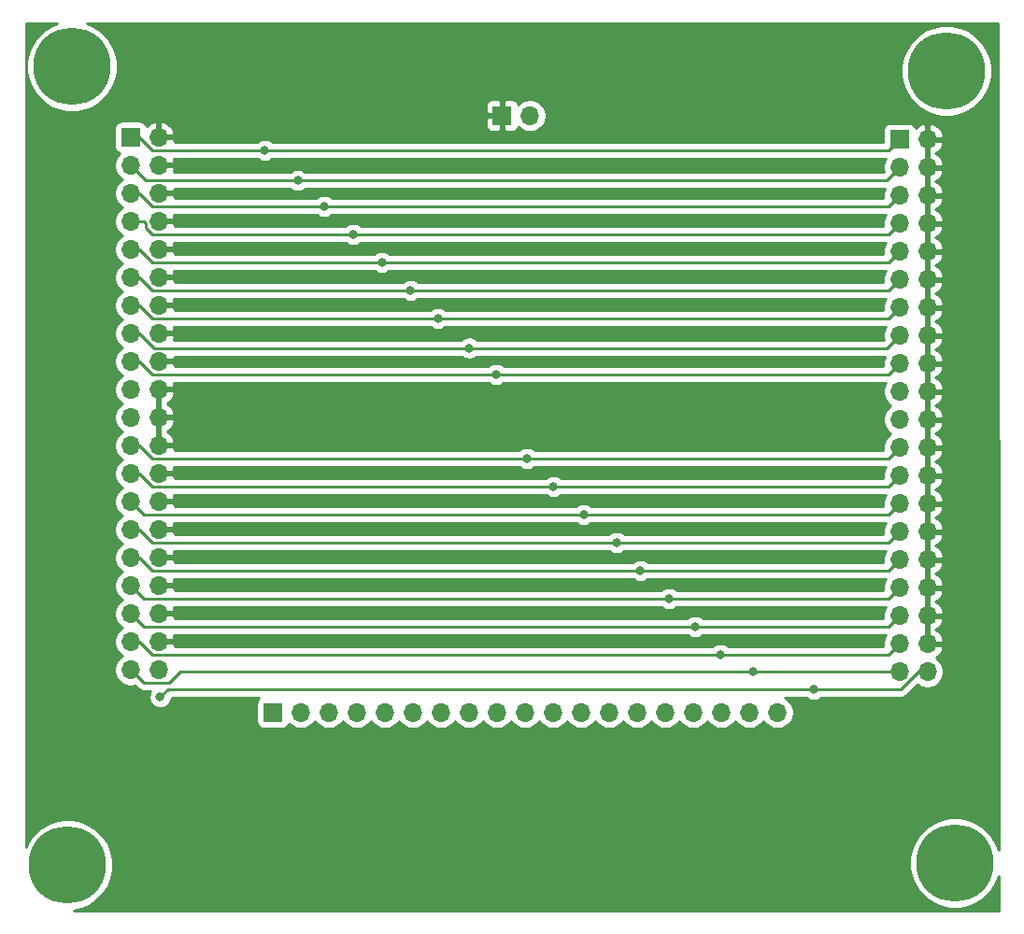
<source format=gbr>
%TF.GenerationSoftware,KiCad,Pcbnew,(5.1.10)-1*%
%TF.CreationDate,2022-03-29T20:22:55-05:00*%
%TF.ProjectId,FMT Rescue,464d5420-5265-4736-9375-652e6b696361,rev?*%
%TF.SameCoordinates,Original*%
%TF.FileFunction,Copper,L1,Top*%
%TF.FilePolarity,Positive*%
%FSLAX46Y46*%
G04 Gerber Fmt 4.6, Leading zero omitted, Abs format (unit mm)*
G04 Created by KiCad (PCBNEW (5.1.10)-1) date 2022-03-29 20:22:55*
%MOMM*%
%LPD*%
G01*
G04 APERTURE LIST*
%TA.AperFunction,ComponentPad*%
%ADD10O,1.700000X1.700000*%
%TD*%
%TA.AperFunction,ComponentPad*%
%ADD11R,1.700000X1.700000*%
%TD*%
%TA.AperFunction,ComponentPad*%
%ADD12C,7.000000*%
%TD*%
%TA.AperFunction,ViaPad*%
%ADD13C,0.800000*%
%TD*%
%TA.AperFunction,Conductor*%
%ADD14C,0.250000*%
%TD*%
%TA.AperFunction,Conductor*%
%ADD15C,0.254000*%
%TD*%
%TA.AperFunction,Conductor*%
%ADD16C,0.100000*%
%TD*%
G04 APERTURE END LIST*
D10*
%TO.P,J3,19*%
%TO.N,/40*%
X112776000Y-114681000D03*
%TO.P,J3,18*%
%TO.N,/39*%
X110236000Y-114681000D03*
%TO.P,J3,17*%
%TO.N,/37*%
X107696000Y-114681000D03*
%TO.P,J3,16*%
%TO.N,/35*%
X105156000Y-114681000D03*
%TO.P,J3,15*%
%TO.N,/33*%
X102616000Y-114681000D03*
%TO.P,J3,14*%
%TO.N,/31*%
X100076000Y-114681000D03*
%TO.P,J3,13*%
%TO.N,/29*%
X97536000Y-114681000D03*
%TO.P,J3,12*%
%TO.N,/27*%
X94996000Y-114681000D03*
%TO.P,J3,11*%
%TO.N,/25*%
X92456000Y-114681000D03*
%TO.P,J3,10*%
%TO.N,/23*%
X89916000Y-114681000D03*
%TO.P,J3,9*%
%TO.N,/17*%
X87376000Y-114681000D03*
%TO.P,J3,8*%
%TO.N,/15*%
X84836000Y-114681000D03*
%TO.P,J3,7*%
%TO.N,/13*%
X82296000Y-114681000D03*
%TO.P,J3,6*%
%TO.N,/11*%
X79756000Y-114681000D03*
%TO.P,J3,5*%
%TO.N,/9*%
X77216000Y-114681000D03*
%TO.P,J3,4*%
%TO.N,/7*%
X74676000Y-114681000D03*
%TO.P,J3,3*%
%TO.N,/5*%
X72136000Y-114681000D03*
%TO.P,J3,2*%
%TO.N,/3*%
X69596000Y-114681000D03*
D11*
%TO.P,J3,1*%
%TO.N,/1*%
X67056000Y-114681000D03*
%TD*%
D12*
%TO.P,REF\u002A\u002A,1*%
%TO.N,N/C*%
X48831500Y-56134000D03*
%TD*%
%TO.P,REF\u002A\u002A,1*%
%TO.N,N/C*%
X128841500Y-128333500D03*
%TD*%
%TO.P,REF\u002A\u002A,1*%
%TO.N,N/C*%
X48450500Y-128524000D03*
%TD*%
%TO.P,REF\u002A\u002A,1*%
%TO.N,N/C*%
X128079500Y-56515000D03*
%TD*%
D10*
%TO.P,PWR1,2*%
%TO.N,+12V*%
X90360500Y-60579000D03*
D11*
%TO.P,PWR1,1*%
%TO.N,GND*%
X87820500Y-60579000D03*
%TD*%
D10*
%TO.P,J2,40*%
%TO.N,/40*%
X126365000Y-110998000D03*
%TO.P,J2,39*%
%TO.N,/39*%
X123825000Y-110998000D03*
%TO.P,J2,38*%
%TO.N,GND*%
X126365000Y-108458000D03*
%TO.P,J2,37*%
%TO.N,/37*%
X123825000Y-108458000D03*
%TO.P,J2,36*%
%TO.N,GND*%
X126365000Y-105918000D03*
%TO.P,J2,35*%
%TO.N,/35*%
X123825000Y-105918000D03*
%TO.P,J2,34*%
%TO.N,GND*%
X126365000Y-103378000D03*
%TO.P,J2,33*%
%TO.N,/33*%
X123825000Y-103378000D03*
%TO.P,J2,32*%
%TO.N,GND*%
X126365000Y-100838000D03*
%TO.P,J2,31*%
%TO.N,/31*%
X123825000Y-100838000D03*
%TO.P,J2,30*%
%TO.N,GND*%
X126365000Y-98298000D03*
%TO.P,J2,29*%
%TO.N,/29*%
X123825000Y-98298000D03*
%TO.P,J2,28*%
%TO.N,GND*%
X126365000Y-95758000D03*
%TO.P,J2,27*%
%TO.N,/27*%
X123825000Y-95758000D03*
%TO.P,J2,26*%
%TO.N,GND*%
X126365000Y-93218000D03*
%TO.P,J2,25*%
%TO.N,/25*%
X123825000Y-93218000D03*
%TO.P,J2,24*%
%TO.N,GND*%
X126365000Y-90678000D03*
%TO.P,J2,23*%
%TO.N,/23*%
X123825000Y-90678000D03*
%TO.P,J2,22*%
%TO.N,GND*%
X126365000Y-88138000D03*
%TO.P,J2,21*%
%TO.N,+12V*%
X123825000Y-88138000D03*
%TO.P,J2,20*%
%TO.N,GND*%
X126365000Y-85598000D03*
%TO.P,J2,19*%
%TO.N,+12V*%
X123825000Y-85598000D03*
%TO.P,J2,18*%
%TO.N,GND*%
X126365000Y-83058000D03*
%TO.P,J2,17*%
%TO.N,/17*%
X123825000Y-83058000D03*
%TO.P,J2,16*%
%TO.N,GND*%
X126365000Y-80518000D03*
%TO.P,J2,15*%
%TO.N,/15*%
X123825000Y-80518000D03*
%TO.P,J2,14*%
%TO.N,GND*%
X126365000Y-77978000D03*
%TO.P,J2,13*%
%TO.N,/13*%
X123825000Y-77978000D03*
%TO.P,J2,12*%
%TO.N,GND*%
X126365000Y-75438000D03*
%TO.P,J2,11*%
%TO.N,/11*%
X123825000Y-75438000D03*
%TO.P,J2,10*%
%TO.N,GND*%
X126365000Y-72898000D03*
%TO.P,J2,9*%
%TO.N,/9*%
X123825000Y-72898000D03*
%TO.P,J2,8*%
%TO.N,GND*%
X126365000Y-70358000D03*
%TO.P,J2,7*%
%TO.N,/7*%
X123825000Y-70358000D03*
%TO.P,J2,6*%
%TO.N,GND*%
X126365000Y-67818000D03*
%TO.P,J2,5*%
%TO.N,/5*%
X123825000Y-67818000D03*
%TO.P,J2,4*%
%TO.N,GND*%
X126365000Y-65278000D03*
%TO.P,J2,3*%
%TO.N,/3*%
X123825000Y-65278000D03*
%TO.P,J2,2*%
%TO.N,GND*%
X126365000Y-62738000D03*
D11*
%TO.P,J2,1*%
%TO.N,/1*%
X123825000Y-62738000D03*
%TD*%
D10*
%TO.P,J1,40*%
%TO.N,/40*%
X56705500Y-110807500D03*
%TO.P,J1,39*%
%TO.N,/39*%
X54165500Y-110807500D03*
%TO.P,J1,38*%
%TO.N,GND*%
X56705500Y-108267500D03*
%TO.P,J1,37*%
%TO.N,/37*%
X54165500Y-108267500D03*
%TO.P,J1,36*%
%TO.N,GND*%
X56705500Y-105727500D03*
%TO.P,J1,35*%
%TO.N,/35*%
X54165500Y-105727500D03*
%TO.P,J1,34*%
%TO.N,GND*%
X56705500Y-103187500D03*
%TO.P,J1,33*%
%TO.N,/33*%
X54165500Y-103187500D03*
%TO.P,J1,32*%
%TO.N,GND*%
X56705500Y-100647500D03*
%TO.P,J1,31*%
%TO.N,/31*%
X54165500Y-100647500D03*
%TO.P,J1,30*%
%TO.N,GND*%
X56705500Y-98107500D03*
%TO.P,J1,29*%
%TO.N,/29*%
X54165500Y-98107500D03*
%TO.P,J1,28*%
%TO.N,GND*%
X56705500Y-95567500D03*
%TO.P,J1,27*%
%TO.N,/27*%
X54165500Y-95567500D03*
%TO.P,J1,26*%
%TO.N,GND*%
X56705500Y-93027500D03*
%TO.P,J1,25*%
%TO.N,/25*%
X54165500Y-93027500D03*
%TO.P,J1,24*%
%TO.N,GND*%
X56705500Y-90487500D03*
%TO.P,J1,23*%
%TO.N,/23*%
X54165500Y-90487500D03*
%TO.P,J1,22*%
%TO.N,GND*%
X56705500Y-87947500D03*
%TO.P,J1,21*%
%TO.N,+12V*%
X54165500Y-87947500D03*
%TO.P,J1,20*%
%TO.N,GND*%
X56705500Y-85407500D03*
%TO.P,J1,19*%
%TO.N,+12V*%
X54165500Y-85407500D03*
%TO.P,J1,18*%
%TO.N,GND*%
X56705500Y-82867500D03*
%TO.P,J1,17*%
%TO.N,/17*%
X54165500Y-82867500D03*
%TO.P,J1,16*%
%TO.N,GND*%
X56705500Y-80327500D03*
%TO.P,J1,15*%
%TO.N,/15*%
X54165500Y-80327500D03*
%TO.P,J1,14*%
%TO.N,GND*%
X56705500Y-77787500D03*
%TO.P,J1,13*%
%TO.N,/13*%
X54165500Y-77787500D03*
%TO.P,J1,12*%
%TO.N,GND*%
X56705500Y-75247500D03*
%TO.P,J1,11*%
%TO.N,/11*%
X54165500Y-75247500D03*
%TO.P,J1,10*%
%TO.N,GND*%
X56705500Y-72707500D03*
%TO.P,J1,9*%
%TO.N,/9*%
X54165500Y-72707500D03*
%TO.P,J1,8*%
%TO.N,GND*%
X56705500Y-70167500D03*
%TO.P,J1,7*%
%TO.N,/7*%
X54165500Y-70167500D03*
%TO.P,J1,6*%
%TO.N,GND*%
X56705500Y-67627500D03*
%TO.P,J1,5*%
%TO.N,/5*%
X54165500Y-67627500D03*
%TO.P,J1,4*%
%TO.N,GND*%
X56705500Y-65087500D03*
%TO.P,J1,3*%
%TO.N,/3*%
X54165500Y-65087500D03*
%TO.P,J1,2*%
%TO.N,GND*%
X56705500Y-62547500D03*
D11*
%TO.P,J1,1*%
%TO.N,/1*%
X54165500Y-62547500D03*
%TD*%
D13*
%TO.N,/40*%
X56832500Y-113284000D03*
X116078000Y-112585500D03*
%TO.N,/39*%
X110553500Y-110998000D03*
%TO.N,/37*%
X107600499Y-109442501D03*
%TO.N,/35*%
X105314499Y-106902501D03*
%TO.N,/33*%
X102964999Y-104362501D03*
%TO.N,/31*%
X100361499Y-101822501D03*
%TO.N,/29*%
X98202499Y-99282501D03*
%TO.N,/27*%
X95217999Y-96742501D03*
%TO.N,/25*%
X92487499Y-94202501D03*
%TO.N,/23*%
X90074499Y-91662501D03*
%TO.N,/17*%
X87280499Y-84042501D03*
%TO.N,/15*%
X84836000Y-81661000D03*
%TO.N,/13*%
X82009999Y-78962501D03*
%TO.N,/11*%
X79533499Y-76422501D03*
%TO.N,/9*%
X76929999Y-73882501D03*
%TO.N,/7*%
X74326499Y-71342501D03*
%TO.N,/5*%
X71722999Y-68802501D03*
%TO.N,/3*%
X69310501Y-66452499D03*
%TO.N,/1*%
X66325499Y-63722501D03*
%TD*%
D14*
%TO.N,/40*%
X125564002Y-110998000D02*
X123976502Y-112585500D01*
X126365000Y-110998000D02*
X125564002Y-110998000D01*
X123976502Y-112585500D02*
X116078000Y-112585500D01*
X57531000Y-112585500D02*
X56832500Y-113284000D01*
X56832500Y-113284000D02*
X56832500Y-113284000D01*
X116078000Y-112585500D02*
X57531000Y-112585500D01*
%TO.N,/39*%
X54165500Y-110807500D02*
X55340501Y-111982501D01*
X123825000Y-110998000D02*
X110553500Y-110998000D01*
X57689499Y-111982501D02*
X55340501Y-111982501D01*
X58674000Y-110998000D02*
X57689499Y-111982501D01*
X110553500Y-110998000D02*
X58674000Y-110998000D01*
%TO.N,/37*%
X56141499Y-109442501D02*
X107600499Y-109442501D01*
X54966498Y-108267500D02*
X56141499Y-109442501D01*
X122840499Y-109442501D02*
X123825000Y-108458000D01*
X54165500Y-108267500D02*
X54966498Y-108267500D01*
X107600499Y-109442501D02*
X122840499Y-109442501D01*
%TO.N,/35*%
X122840499Y-106902501D02*
X123825000Y-105918000D01*
X55340501Y-106902501D02*
X105314499Y-106902501D01*
X54165500Y-105727500D02*
X55340501Y-106902501D01*
X105314499Y-106902501D02*
X122840499Y-106902501D01*
%TO.N,/33*%
X122840499Y-104362501D02*
X123825000Y-103378000D01*
X55340501Y-104362501D02*
X102964999Y-104362501D01*
X54165500Y-103187500D02*
X55340501Y-104362501D01*
X102964999Y-104362501D02*
X122840499Y-104362501D01*
%TO.N,/31*%
X56141499Y-101822501D02*
X100361499Y-101822501D01*
X122840499Y-101822501D02*
X123825000Y-100838000D01*
X54966498Y-100647500D02*
X56141499Y-101822501D01*
X54165500Y-100647500D02*
X54966498Y-100647500D01*
X100361499Y-101822501D02*
X122840499Y-101822501D01*
%TO.N,/29*%
X122840499Y-99282501D02*
X123825000Y-98298000D01*
X56141499Y-99282501D02*
X98202499Y-99282501D01*
X54966498Y-98107500D02*
X56141499Y-99282501D01*
X54165500Y-98107500D02*
X54966498Y-98107500D01*
X98202499Y-99282501D02*
X122840499Y-99282501D01*
%TO.N,/27*%
X122840499Y-96742501D02*
X123825000Y-95758000D01*
X55340501Y-96742501D02*
X95217999Y-96742501D01*
X54165500Y-95567500D02*
X55340501Y-96742501D01*
X95217999Y-96742501D02*
X122840499Y-96742501D01*
%TO.N,/25*%
X122840499Y-94202501D02*
X123825000Y-93218000D01*
X56141499Y-94202501D02*
X92487499Y-94202501D01*
X54966498Y-93027500D02*
X56141499Y-94202501D01*
X54165500Y-93027500D02*
X54966498Y-93027500D01*
X92487499Y-94202501D02*
X122840499Y-94202501D01*
%TO.N,/23*%
X122840499Y-91662501D02*
X123825000Y-90678000D01*
X56141499Y-91662501D02*
X90074499Y-91662501D01*
X54966498Y-90487500D02*
X56141499Y-91662501D01*
X54165500Y-90487500D02*
X54966498Y-90487500D01*
X90074499Y-91662501D02*
X122840499Y-91662501D01*
%TO.N,/17*%
X122840499Y-84042501D02*
X123825000Y-83058000D01*
X54966498Y-82867500D02*
X56141499Y-84042501D01*
X56141499Y-84042501D02*
X87280499Y-84042501D01*
X54165500Y-82867500D02*
X54966498Y-82867500D01*
X87280499Y-84042501D02*
X122840499Y-84042501D01*
%TO.N,/15*%
X122682000Y-81661000D02*
X123825000Y-80518000D01*
X56299998Y-81661000D02*
X84836000Y-81661000D01*
X54966498Y-80327500D02*
X56299998Y-81661000D01*
X54165500Y-80327500D02*
X54966498Y-80327500D01*
X84836000Y-81661000D02*
X122682000Y-81661000D01*
%TO.N,/13*%
X122840499Y-78962501D02*
X123825000Y-77978000D01*
X56141499Y-78962501D02*
X82009999Y-78962501D01*
X54966498Y-77787500D02*
X56141499Y-78962501D01*
X54165500Y-77787500D02*
X54966498Y-77787500D01*
X82009999Y-78962501D02*
X122840499Y-78962501D01*
%TO.N,/11*%
X56141499Y-76422501D02*
X79533499Y-76422501D01*
X54966498Y-75247500D02*
X56141499Y-76422501D01*
X122840499Y-76422501D02*
X123825000Y-75438000D01*
X54165500Y-75247500D02*
X54966498Y-75247500D01*
X79533499Y-76422501D02*
X122840499Y-76422501D01*
%TO.N,/9*%
X122840499Y-73882501D02*
X123825000Y-72898000D01*
X56141499Y-73882501D02*
X76929999Y-73882501D01*
X54966498Y-72707500D02*
X56141499Y-73882501D01*
X54165500Y-72707500D02*
X54966498Y-72707500D01*
X76929999Y-73882501D02*
X122840499Y-73882501D01*
%TO.N,/7*%
X56141499Y-71342501D02*
X74326499Y-71342501D01*
X55530499Y-70731501D02*
X56141499Y-71342501D01*
X55530499Y-70325999D02*
X55530499Y-70731501D01*
X55372000Y-70167500D02*
X55530499Y-70325999D01*
X122840499Y-71342501D02*
X123825000Y-70358000D01*
X54165500Y-70167500D02*
X55372000Y-70167500D01*
X74326499Y-71342501D02*
X122840499Y-71342501D01*
%TO.N,/5*%
X122840499Y-68802501D02*
X123825000Y-67818000D01*
X56141499Y-68802501D02*
X71722999Y-68802501D01*
X54966498Y-67627500D02*
X56141499Y-68802501D01*
X54165500Y-67627500D02*
X54966498Y-67627500D01*
X71722999Y-68802501D02*
X122840499Y-68802501D01*
%TO.N,/3*%
X122650501Y-66452499D02*
X123825000Y-65278000D01*
X55530499Y-66452499D02*
X69310501Y-66452499D01*
X54165500Y-65087500D02*
X55530499Y-66452499D01*
X69310501Y-66452499D02*
X122650501Y-66452499D01*
%TO.N,/1*%
X122840499Y-63722501D02*
X123825000Y-62738000D01*
X56141499Y-63722501D02*
X66325499Y-63722501D01*
X54966498Y-62547500D02*
X56141499Y-63722501D01*
X54165500Y-62547500D02*
X54966498Y-62547500D01*
X66325499Y-63722501D02*
X122840499Y-63722501D01*
%TD*%
D15*
%TO.N,GND*%
X46872843Y-52469611D02*
X46195591Y-52922136D01*
X45619636Y-53498091D01*
X45167111Y-54175343D01*
X44855406Y-54927865D01*
X44696500Y-55726738D01*
X44696500Y-56541262D01*
X44855406Y-57340135D01*
X45167111Y-58092657D01*
X45619636Y-58769909D01*
X46195591Y-59345864D01*
X46872843Y-59798389D01*
X47625365Y-60110094D01*
X48424238Y-60269000D01*
X49238762Y-60269000D01*
X50037635Y-60110094D01*
X50790157Y-59798389D01*
X50894005Y-59729000D01*
X86332428Y-59729000D01*
X86335500Y-60293250D01*
X86494250Y-60452000D01*
X87693500Y-60452000D01*
X87693500Y-59252750D01*
X87947500Y-59252750D01*
X87947500Y-60452000D01*
X87967500Y-60452000D01*
X87967500Y-60706000D01*
X87947500Y-60706000D01*
X87947500Y-61905250D01*
X88106250Y-62064000D01*
X88670500Y-62067072D01*
X88794982Y-62054812D01*
X88914680Y-62018502D01*
X89024994Y-61959537D01*
X89121685Y-61880185D01*
X89201037Y-61783494D01*
X89260002Y-61673180D01*
X89282013Y-61600620D01*
X89413868Y-61732475D01*
X89657089Y-61894990D01*
X89927342Y-62006932D01*
X90214240Y-62064000D01*
X90506760Y-62064000D01*
X90793658Y-62006932D01*
X91063911Y-61894990D01*
X91307132Y-61732475D01*
X91513975Y-61525632D01*
X91676490Y-61282411D01*
X91788432Y-61012158D01*
X91845500Y-60725260D01*
X91845500Y-60432740D01*
X91788432Y-60145842D01*
X91676490Y-59875589D01*
X91513975Y-59632368D01*
X91307132Y-59425525D01*
X91063911Y-59263010D01*
X90793658Y-59151068D01*
X90506760Y-59094000D01*
X90214240Y-59094000D01*
X89927342Y-59151068D01*
X89657089Y-59263010D01*
X89413868Y-59425525D01*
X89282013Y-59557380D01*
X89260002Y-59484820D01*
X89201037Y-59374506D01*
X89121685Y-59277815D01*
X89024994Y-59198463D01*
X88914680Y-59139498D01*
X88794982Y-59103188D01*
X88670500Y-59090928D01*
X88106250Y-59094000D01*
X87947500Y-59252750D01*
X87693500Y-59252750D01*
X87534750Y-59094000D01*
X86970500Y-59090928D01*
X86846018Y-59103188D01*
X86726320Y-59139498D01*
X86616006Y-59198463D01*
X86519315Y-59277815D01*
X86439963Y-59374506D01*
X86380998Y-59484820D01*
X86344688Y-59604518D01*
X86332428Y-59729000D01*
X50894005Y-59729000D01*
X51467409Y-59345864D01*
X52043364Y-58769909D01*
X52495889Y-58092657D01*
X52807594Y-57340135D01*
X52966500Y-56541262D01*
X52966500Y-56107738D01*
X123944500Y-56107738D01*
X123944500Y-56922262D01*
X124103406Y-57721135D01*
X124415111Y-58473657D01*
X124867636Y-59150909D01*
X125443591Y-59726864D01*
X126120843Y-60179389D01*
X126873365Y-60491094D01*
X127672238Y-60650000D01*
X128486762Y-60650000D01*
X129285635Y-60491094D01*
X130038157Y-60179389D01*
X130715409Y-59726864D01*
X131291364Y-59150909D01*
X131743889Y-58473657D01*
X132055594Y-57721135D01*
X132214500Y-56922262D01*
X132214500Y-56107738D01*
X132055594Y-55308865D01*
X131743889Y-54556343D01*
X131291364Y-53879091D01*
X130715409Y-53303136D01*
X130038157Y-52850611D01*
X129285635Y-52538906D01*
X128486762Y-52380000D01*
X127672238Y-52380000D01*
X126873365Y-52538906D01*
X126120843Y-52850611D01*
X125443591Y-53303136D01*
X124867636Y-53879091D01*
X124415111Y-54556343D01*
X124103406Y-55308865D01*
X123944500Y-56107738D01*
X52966500Y-56107738D01*
X52966500Y-55726738D01*
X52807594Y-54927865D01*
X52495889Y-54175343D01*
X52043364Y-53498091D01*
X51467409Y-52922136D01*
X50790157Y-52469611D01*
X50192372Y-52222000D01*
X132754014Y-52222000D01*
X132812205Y-127114354D01*
X132505889Y-126374843D01*
X132053364Y-125697591D01*
X131477409Y-125121636D01*
X130800157Y-124669111D01*
X130047635Y-124357406D01*
X129248762Y-124198500D01*
X128434238Y-124198500D01*
X127635365Y-124357406D01*
X126882843Y-124669111D01*
X126205591Y-125121636D01*
X125629636Y-125697591D01*
X125177111Y-126374843D01*
X124865406Y-127127365D01*
X124706500Y-127926238D01*
X124706500Y-128740762D01*
X124865406Y-129539635D01*
X125177111Y-130292157D01*
X125629636Y-130969409D01*
X126205591Y-131545364D01*
X126882843Y-131997889D01*
X127635365Y-132309594D01*
X128434238Y-132468500D01*
X129248762Y-132468500D01*
X130047635Y-132309594D01*
X130800157Y-131997889D01*
X131477409Y-131545364D01*
X132053364Y-130969409D01*
X132505889Y-130292157D01*
X132814096Y-129548081D01*
X132816488Y-132626500D01*
X49021150Y-132626500D01*
X49656635Y-132500094D01*
X50409157Y-132188389D01*
X51086409Y-131735864D01*
X51662364Y-131159909D01*
X52114889Y-130482657D01*
X52426594Y-129730135D01*
X52585500Y-128931262D01*
X52585500Y-128116738D01*
X52426594Y-127317865D01*
X52114889Y-126565343D01*
X51662364Y-125888091D01*
X51086409Y-125312136D01*
X50409157Y-124859611D01*
X49656635Y-124547906D01*
X48857762Y-124389000D01*
X48043238Y-124389000D01*
X47244365Y-124547906D01*
X46491843Y-124859611D01*
X45814591Y-125312136D01*
X45238636Y-125888091D01*
X44786111Y-126565343D01*
X44665500Y-126856524D01*
X44665500Y-61697500D01*
X52677428Y-61697500D01*
X52677428Y-63397500D01*
X52689688Y-63521982D01*
X52725998Y-63641680D01*
X52784963Y-63751994D01*
X52864315Y-63848685D01*
X52961006Y-63928037D01*
X53071320Y-63987002D01*
X53143880Y-64009013D01*
X53012025Y-64140868D01*
X52849510Y-64384089D01*
X52737568Y-64654342D01*
X52680500Y-64941240D01*
X52680500Y-65233760D01*
X52737568Y-65520658D01*
X52849510Y-65790911D01*
X53012025Y-66034132D01*
X53218868Y-66240975D01*
X53393260Y-66357500D01*
X53218868Y-66474025D01*
X53012025Y-66680868D01*
X52849510Y-66924089D01*
X52737568Y-67194342D01*
X52680500Y-67481240D01*
X52680500Y-67773760D01*
X52737568Y-68060658D01*
X52849510Y-68330911D01*
X53012025Y-68574132D01*
X53218868Y-68780975D01*
X53393260Y-68897500D01*
X53218868Y-69014025D01*
X53012025Y-69220868D01*
X52849510Y-69464089D01*
X52737568Y-69734342D01*
X52680500Y-70021240D01*
X52680500Y-70313760D01*
X52737568Y-70600658D01*
X52849510Y-70870911D01*
X53012025Y-71114132D01*
X53218868Y-71320975D01*
X53393260Y-71437500D01*
X53218868Y-71554025D01*
X53012025Y-71760868D01*
X52849510Y-72004089D01*
X52737568Y-72274342D01*
X52680500Y-72561240D01*
X52680500Y-72853760D01*
X52737568Y-73140658D01*
X52849510Y-73410911D01*
X53012025Y-73654132D01*
X53218868Y-73860975D01*
X53393260Y-73977500D01*
X53218868Y-74094025D01*
X53012025Y-74300868D01*
X52849510Y-74544089D01*
X52737568Y-74814342D01*
X52680500Y-75101240D01*
X52680500Y-75393760D01*
X52737568Y-75680658D01*
X52849510Y-75950911D01*
X53012025Y-76194132D01*
X53218868Y-76400975D01*
X53393260Y-76517500D01*
X53218868Y-76634025D01*
X53012025Y-76840868D01*
X52849510Y-77084089D01*
X52737568Y-77354342D01*
X52680500Y-77641240D01*
X52680500Y-77933760D01*
X52737568Y-78220658D01*
X52849510Y-78490911D01*
X53012025Y-78734132D01*
X53218868Y-78940975D01*
X53393260Y-79057500D01*
X53218868Y-79174025D01*
X53012025Y-79380868D01*
X52849510Y-79624089D01*
X52737568Y-79894342D01*
X52680500Y-80181240D01*
X52680500Y-80473760D01*
X52737568Y-80760658D01*
X52849510Y-81030911D01*
X53012025Y-81274132D01*
X53218868Y-81480975D01*
X53393260Y-81597500D01*
X53218868Y-81714025D01*
X53012025Y-81920868D01*
X52849510Y-82164089D01*
X52737568Y-82434342D01*
X52680500Y-82721240D01*
X52680500Y-83013760D01*
X52737568Y-83300658D01*
X52849510Y-83570911D01*
X53012025Y-83814132D01*
X53218868Y-84020975D01*
X53393260Y-84137500D01*
X53218868Y-84254025D01*
X53012025Y-84460868D01*
X52849510Y-84704089D01*
X52737568Y-84974342D01*
X52680500Y-85261240D01*
X52680500Y-85553760D01*
X52737568Y-85840658D01*
X52849510Y-86110911D01*
X53012025Y-86354132D01*
X53218868Y-86560975D01*
X53393260Y-86677500D01*
X53218868Y-86794025D01*
X53012025Y-87000868D01*
X52849510Y-87244089D01*
X52737568Y-87514342D01*
X52680500Y-87801240D01*
X52680500Y-88093760D01*
X52737568Y-88380658D01*
X52849510Y-88650911D01*
X53012025Y-88894132D01*
X53218868Y-89100975D01*
X53393260Y-89217500D01*
X53218868Y-89334025D01*
X53012025Y-89540868D01*
X52849510Y-89784089D01*
X52737568Y-90054342D01*
X52680500Y-90341240D01*
X52680500Y-90633760D01*
X52737568Y-90920658D01*
X52849510Y-91190911D01*
X53012025Y-91434132D01*
X53218868Y-91640975D01*
X53393260Y-91757500D01*
X53218868Y-91874025D01*
X53012025Y-92080868D01*
X52849510Y-92324089D01*
X52737568Y-92594342D01*
X52680500Y-92881240D01*
X52680500Y-93173760D01*
X52737568Y-93460658D01*
X52849510Y-93730911D01*
X53012025Y-93974132D01*
X53218868Y-94180975D01*
X53393260Y-94297500D01*
X53218868Y-94414025D01*
X53012025Y-94620868D01*
X52849510Y-94864089D01*
X52737568Y-95134342D01*
X52680500Y-95421240D01*
X52680500Y-95713760D01*
X52737568Y-96000658D01*
X52849510Y-96270911D01*
X53012025Y-96514132D01*
X53218868Y-96720975D01*
X53393260Y-96837500D01*
X53218868Y-96954025D01*
X53012025Y-97160868D01*
X52849510Y-97404089D01*
X52737568Y-97674342D01*
X52680500Y-97961240D01*
X52680500Y-98253760D01*
X52737568Y-98540658D01*
X52849510Y-98810911D01*
X53012025Y-99054132D01*
X53218868Y-99260975D01*
X53393260Y-99377500D01*
X53218868Y-99494025D01*
X53012025Y-99700868D01*
X52849510Y-99944089D01*
X52737568Y-100214342D01*
X52680500Y-100501240D01*
X52680500Y-100793760D01*
X52737568Y-101080658D01*
X52849510Y-101350911D01*
X53012025Y-101594132D01*
X53218868Y-101800975D01*
X53393260Y-101917500D01*
X53218868Y-102034025D01*
X53012025Y-102240868D01*
X52849510Y-102484089D01*
X52737568Y-102754342D01*
X52680500Y-103041240D01*
X52680500Y-103333760D01*
X52737568Y-103620658D01*
X52849510Y-103890911D01*
X53012025Y-104134132D01*
X53218868Y-104340975D01*
X53393260Y-104457500D01*
X53218868Y-104574025D01*
X53012025Y-104780868D01*
X52849510Y-105024089D01*
X52737568Y-105294342D01*
X52680500Y-105581240D01*
X52680500Y-105873760D01*
X52737568Y-106160658D01*
X52849510Y-106430911D01*
X53012025Y-106674132D01*
X53218868Y-106880975D01*
X53393260Y-106997500D01*
X53218868Y-107114025D01*
X53012025Y-107320868D01*
X52849510Y-107564089D01*
X52737568Y-107834342D01*
X52680500Y-108121240D01*
X52680500Y-108413760D01*
X52737568Y-108700658D01*
X52849510Y-108970911D01*
X53012025Y-109214132D01*
X53218868Y-109420975D01*
X53393260Y-109537500D01*
X53218868Y-109654025D01*
X53012025Y-109860868D01*
X52849510Y-110104089D01*
X52737568Y-110374342D01*
X52680500Y-110661240D01*
X52680500Y-110953760D01*
X52737568Y-111240658D01*
X52849510Y-111510911D01*
X53012025Y-111754132D01*
X53218868Y-111960975D01*
X53462089Y-112123490D01*
X53732342Y-112235432D01*
X54019240Y-112292500D01*
X54311760Y-112292500D01*
X54531908Y-112248710D01*
X54776702Y-112493504D01*
X54800500Y-112522502D01*
X54916225Y-112617475D01*
X55048254Y-112688047D01*
X55191515Y-112731504D01*
X55303168Y-112742501D01*
X55303177Y-112742501D01*
X55340500Y-112746177D01*
X55377823Y-112742501D01*
X55949534Y-112742501D01*
X55915295Y-112793744D01*
X55837274Y-112982102D01*
X55797500Y-113182061D01*
X55797500Y-113385939D01*
X55837274Y-113585898D01*
X55915295Y-113774256D01*
X56028563Y-113943774D01*
X56172726Y-114087937D01*
X56342244Y-114201205D01*
X56530602Y-114279226D01*
X56730561Y-114319000D01*
X56934439Y-114319000D01*
X57134398Y-114279226D01*
X57322756Y-114201205D01*
X57492274Y-114087937D01*
X57636437Y-113943774D01*
X57749705Y-113774256D01*
X57827726Y-113585898D01*
X57867500Y-113385939D01*
X57867500Y-113345500D01*
X65796628Y-113345500D01*
X65754815Y-113379815D01*
X65675463Y-113476506D01*
X65616498Y-113586820D01*
X65580188Y-113706518D01*
X65567928Y-113831000D01*
X65567928Y-115531000D01*
X65580188Y-115655482D01*
X65616498Y-115775180D01*
X65675463Y-115885494D01*
X65754815Y-115982185D01*
X65851506Y-116061537D01*
X65961820Y-116120502D01*
X66081518Y-116156812D01*
X66206000Y-116169072D01*
X67906000Y-116169072D01*
X68030482Y-116156812D01*
X68150180Y-116120502D01*
X68260494Y-116061537D01*
X68357185Y-115982185D01*
X68436537Y-115885494D01*
X68495502Y-115775180D01*
X68517513Y-115702620D01*
X68649368Y-115834475D01*
X68892589Y-115996990D01*
X69162842Y-116108932D01*
X69449740Y-116166000D01*
X69742260Y-116166000D01*
X70029158Y-116108932D01*
X70299411Y-115996990D01*
X70542632Y-115834475D01*
X70749475Y-115627632D01*
X70866000Y-115453240D01*
X70982525Y-115627632D01*
X71189368Y-115834475D01*
X71432589Y-115996990D01*
X71702842Y-116108932D01*
X71989740Y-116166000D01*
X72282260Y-116166000D01*
X72569158Y-116108932D01*
X72839411Y-115996990D01*
X73082632Y-115834475D01*
X73289475Y-115627632D01*
X73406000Y-115453240D01*
X73522525Y-115627632D01*
X73729368Y-115834475D01*
X73972589Y-115996990D01*
X74242842Y-116108932D01*
X74529740Y-116166000D01*
X74822260Y-116166000D01*
X75109158Y-116108932D01*
X75379411Y-115996990D01*
X75622632Y-115834475D01*
X75829475Y-115627632D01*
X75946000Y-115453240D01*
X76062525Y-115627632D01*
X76269368Y-115834475D01*
X76512589Y-115996990D01*
X76782842Y-116108932D01*
X77069740Y-116166000D01*
X77362260Y-116166000D01*
X77649158Y-116108932D01*
X77919411Y-115996990D01*
X78162632Y-115834475D01*
X78369475Y-115627632D01*
X78486000Y-115453240D01*
X78602525Y-115627632D01*
X78809368Y-115834475D01*
X79052589Y-115996990D01*
X79322842Y-116108932D01*
X79609740Y-116166000D01*
X79902260Y-116166000D01*
X80189158Y-116108932D01*
X80459411Y-115996990D01*
X80702632Y-115834475D01*
X80909475Y-115627632D01*
X81026000Y-115453240D01*
X81142525Y-115627632D01*
X81349368Y-115834475D01*
X81592589Y-115996990D01*
X81862842Y-116108932D01*
X82149740Y-116166000D01*
X82442260Y-116166000D01*
X82729158Y-116108932D01*
X82999411Y-115996990D01*
X83242632Y-115834475D01*
X83449475Y-115627632D01*
X83566000Y-115453240D01*
X83682525Y-115627632D01*
X83889368Y-115834475D01*
X84132589Y-115996990D01*
X84402842Y-116108932D01*
X84689740Y-116166000D01*
X84982260Y-116166000D01*
X85269158Y-116108932D01*
X85539411Y-115996990D01*
X85782632Y-115834475D01*
X85989475Y-115627632D01*
X86106000Y-115453240D01*
X86222525Y-115627632D01*
X86429368Y-115834475D01*
X86672589Y-115996990D01*
X86942842Y-116108932D01*
X87229740Y-116166000D01*
X87522260Y-116166000D01*
X87809158Y-116108932D01*
X88079411Y-115996990D01*
X88322632Y-115834475D01*
X88529475Y-115627632D01*
X88646000Y-115453240D01*
X88762525Y-115627632D01*
X88969368Y-115834475D01*
X89212589Y-115996990D01*
X89482842Y-116108932D01*
X89769740Y-116166000D01*
X90062260Y-116166000D01*
X90349158Y-116108932D01*
X90619411Y-115996990D01*
X90862632Y-115834475D01*
X91069475Y-115627632D01*
X91186000Y-115453240D01*
X91302525Y-115627632D01*
X91509368Y-115834475D01*
X91752589Y-115996990D01*
X92022842Y-116108932D01*
X92309740Y-116166000D01*
X92602260Y-116166000D01*
X92889158Y-116108932D01*
X93159411Y-115996990D01*
X93402632Y-115834475D01*
X93609475Y-115627632D01*
X93726000Y-115453240D01*
X93842525Y-115627632D01*
X94049368Y-115834475D01*
X94292589Y-115996990D01*
X94562842Y-116108932D01*
X94849740Y-116166000D01*
X95142260Y-116166000D01*
X95429158Y-116108932D01*
X95699411Y-115996990D01*
X95942632Y-115834475D01*
X96149475Y-115627632D01*
X96266000Y-115453240D01*
X96382525Y-115627632D01*
X96589368Y-115834475D01*
X96832589Y-115996990D01*
X97102842Y-116108932D01*
X97389740Y-116166000D01*
X97682260Y-116166000D01*
X97969158Y-116108932D01*
X98239411Y-115996990D01*
X98482632Y-115834475D01*
X98689475Y-115627632D01*
X98806000Y-115453240D01*
X98922525Y-115627632D01*
X99129368Y-115834475D01*
X99372589Y-115996990D01*
X99642842Y-116108932D01*
X99929740Y-116166000D01*
X100222260Y-116166000D01*
X100509158Y-116108932D01*
X100779411Y-115996990D01*
X101022632Y-115834475D01*
X101229475Y-115627632D01*
X101346000Y-115453240D01*
X101462525Y-115627632D01*
X101669368Y-115834475D01*
X101912589Y-115996990D01*
X102182842Y-116108932D01*
X102469740Y-116166000D01*
X102762260Y-116166000D01*
X103049158Y-116108932D01*
X103319411Y-115996990D01*
X103562632Y-115834475D01*
X103769475Y-115627632D01*
X103886000Y-115453240D01*
X104002525Y-115627632D01*
X104209368Y-115834475D01*
X104452589Y-115996990D01*
X104722842Y-116108932D01*
X105009740Y-116166000D01*
X105302260Y-116166000D01*
X105589158Y-116108932D01*
X105859411Y-115996990D01*
X106102632Y-115834475D01*
X106309475Y-115627632D01*
X106426000Y-115453240D01*
X106542525Y-115627632D01*
X106749368Y-115834475D01*
X106992589Y-115996990D01*
X107262842Y-116108932D01*
X107549740Y-116166000D01*
X107842260Y-116166000D01*
X108129158Y-116108932D01*
X108399411Y-115996990D01*
X108642632Y-115834475D01*
X108849475Y-115627632D01*
X108966000Y-115453240D01*
X109082525Y-115627632D01*
X109289368Y-115834475D01*
X109532589Y-115996990D01*
X109802842Y-116108932D01*
X110089740Y-116166000D01*
X110382260Y-116166000D01*
X110669158Y-116108932D01*
X110939411Y-115996990D01*
X111182632Y-115834475D01*
X111389475Y-115627632D01*
X111506000Y-115453240D01*
X111622525Y-115627632D01*
X111829368Y-115834475D01*
X112072589Y-115996990D01*
X112342842Y-116108932D01*
X112629740Y-116166000D01*
X112922260Y-116166000D01*
X113209158Y-116108932D01*
X113479411Y-115996990D01*
X113722632Y-115834475D01*
X113929475Y-115627632D01*
X114091990Y-115384411D01*
X114203932Y-115114158D01*
X114261000Y-114827260D01*
X114261000Y-114534740D01*
X114203932Y-114247842D01*
X114091990Y-113977589D01*
X113929475Y-113734368D01*
X113722632Y-113527525D01*
X113479411Y-113365010D01*
X113432310Y-113345500D01*
X115374289Y-113345500D01*
X115418226Y-113389437D01*
X115587744Y-113502705D01*
X115776102Y-113580726D01*
X115976061Y-113620500D01*
X116179939Y-113620500D01*
X116379898Y-113580726D01*
X116568256Y-113502705D01*
X116737774Y-113389437D01*
X116781711Y-113345500D01*
X123939180Y-113345500D01*
X123976502Y-113349176D01*
X124013824Y-113345500D01*
X124013835Y-113345500D01*
X124125488Y-113334503D01*
X124268749Y-113291046D01*
X124400778Y-113220474D01*
X124516503Y-113125501D01*
X124540306Y-113096497D01*
X125458508Y-112178296D01*
X125661589Y-112313990D01*
X125931842Y-112425932D01*
X126218740Y-112483000D01*
X126511260Y-112483000D01*
X126798158Y-112425932D01*
X127068411Y-112313990D01*
X127311632Y-112151475D01*
X127518475Y-111944632D01*
X127680990Y-111701411D01*
X127792932Y-111431158D01*
X127850000Y-111144260D01*
X127850000Y-110851740D01*
X127792932Y-110564842D01*
X127680990Y-110294589D01*
X127518475Y-110051368D01*
X127311632Y-109844525D01*
X127129466Y-109722805D01*
X127246355Y-109653178D01*
X127462588Y-109458269D01*
X127636641Y-109224920D01*
X127761825Y-108962099D01*
X127806476Y-108814890D01*
X127685155Y-108585000D01*
X126492000Y-108585000D01*
X126492000Y-108605000D01*
X126238000Y-108605000D01*
X126238000Y-108585000D01*
X126218000Y-108585000D01*
X126218000Y-108331000D01*
X126238000Y-108331000D01*
X126238000Y-106045000D01*
X126492000Y-106045000D01*
X126492000Y-108331000D01*
X127685155Y-108331000D01*
X127806476Y-108101110D01*
X127761825Y-107953901D01*
X127636641Y-107691080D01*
X127462588Y-107457731D01*
X127246355Y-107262822D01*
X127120745Y-107188000D01*
X127246355Y-107113178D01*
X127462588Y-106918269D01*
X127636641Y-106684920D01*
X127761825Y-106422099D01*
X127806476Y-106274890D01*
X127685155Y-106045000D01*
X126492000Y-106045000D01*
X126238000Y-106045000D01*
X126218000Y-106045000D01*
X126218000Y-105791000D01*
X126238000Y-105791000D01*
X126238000Y-103505000D01*
X126492000Y-103505000D01*
X126492000Y-105791000D01*
X127685155Y-105791000D01*
X127806476Y-105561110D01*
X127761825Y-105413901D01*
X127636641Y-105151080D01*
X127462588Y-104917731D01*
X127246355Y-104722822D01*
X127120745Y-104648000D01*
X127246355Y-104573178D01*
X127462588Y-104378269D01*
X127636641Y-104144920D01*
X127761825Y-103882099D01*
X127806476Y-103734890D01*
X127685155Y-103505000D01*
X126492000Y-103505000D01*
X126238000Y-103505000D01*
X126218000Y-103505000D01*
X126218000Y-103251000D01*
X126238000Y-103251000D01*
X126238000Y-100965000D01*
X126492000Y-100965000D01*
X126492000Y-103251000D01*
X127685155Y-103251000D01*
X127806476Y-103021110D01*
X127761825Y-102873901D01*
X127636641Y-102611080D01*
X127462588Y-102377731D01*
X127246355Y-102182822D01*
X127120745Y-102108000D01*
X127246355Y-102033178D01*
X127462588Y-101838269D01*
X127636641Y-101604920D01*
X127761825Y-101342099D01*
X127806476Y-101194890D01*
X127685155Y-100965000D01*
X126492000Y-100965000D01*
X126238000Y-100965000D01*
X126218000Y-100965000D01*
X126218000Y-100711000D01*
X126238000Y-100711000D01*
X126238000Y-98425000D01*
X126492000Y-98425000D01*
X126492000Y-100711000D01*
X127685155Y-100711000D01*
X127806476Y-100481110D01*
X127761825Y-100333901D01*
X127636641Y-100071080D01*
X127462588Y-99837731D01*
X127246355Y-99642822D01*
X127120745Y-99568000D01*
X127246355Y-99493178D01*
X127462588Y-99298269D01*
X127636641Y-99064920D01*
X127761825Y-98802099D01*
X127806476Y-98654890D01*
X127685155Y-98425000D01*
X126492000Y-98425000D01*
X126238000Y-98425000D01*
X126218000Y-98425000D01*
X126218000Y-98171000D01*
X126238000Y-98171000D01*
X126238000Y-95885000D01*
X126492000Y-95885000D01*
X126492000Y-98171000D01*
X127685155Y-98171000D01*
X127806476Y-97941110D01*
X127761825Y-97793901D01*
X127636641Y-97531080D01*
X127462588Y-97297731D01*
X127246355Y-97102822D01*
X127120745Y-97028000D01*
X127246355Y-96953178D01*
X127462588Y-96758269D01*
X127636641Y-96524920D01*
X127761825Y-96262099D01*
X127806476Y-96114890D01*
X127685155Y-95885000D01*
X126492000Y-95885000D01*
X126238000Y-95885000D01*
X126218000Y-95885000D01*
X126218000Y-95631000D01*
X126238000Y-95631000D01*
X126238000Y-93345000D01*
X126492000Y-93345000D01*
X126492000Y-95631000D01*
X127685155Y-95631000D01*
X127806476Y-95401110D01*
X127761825Y-95253901D01*
X127636641Y-94991080D01*
X127462588Y-94757731D01*
X127246355Y-94562822D01*
X127120745Y-94488000D01*
X127246355Y-94413178D01*
X127462588Y-94218269D01*
X127636641Y-93984920D01*
X127761825Y-93722099D01*
X127806476Y-93574890D01*
X127685155Y-93345000D01*
X126492000Y-93345000D01*
X126238000Y-93345000D01*
X126218000Y-93345000D01*
X126218000Y-93091000D01*
X126238000Y-93091000D01*
X126238000Y-90805000D01*
X126492000Y-90805000D01*
X126492000Y-93091000D01*
X127685155Y-93091000D01*
X127806476Y-92861110D01*
X127761825Y-92713901D01*
X127636641Y-92451080D01*
X127462588Y-92217731D01*
X127246355Y-92022822D01*
X127120745Y-91948000D01*
X127246355Y-91873178D01*
X127462588Y-91678269D01*
X127636641Y-91444920D01*
X127761825Y-91182099D01*
X127806476Y-91034890D01*
X127685155Y-90805000D01*
X126492000Y-90805000D01*
X126238000Y-90805000D01*
X126218000Y-90805000D01*
X126218000Y-90551000D01*
X126238000Y-90551000D01*
X126238000Y-88265000D01*
X126492000Y-88265000D01*
X126492000Y-90551000D01*
X127685155Y-90551000D01*
X127806476Y-90321110D01*
X127761825Y-90173901D01*
X127636641Y-89911080D01*
X127462588Y-89677731D01*
X127246355Y-89482822D01*
X127120745Y-89408000D01*
X127246355Y-89333178D01*
X127462588Y-89138269D01*
X127636641Y-88904920D01*
X127761825Y-88642099D01*
X127806476Y-88494890D01*
X127685155Y-88265000D01*
X126492000Y-88265000D01*
X126238000Y-88265000D01*
X126218000Y-88265000D01*
X126218000Y-88011000D01*
X126238000Y-88011000D01*
X126238000Y-85725000D01*
X126492000Y-85725000D01*
X126492000Y-88011000D01*
X127685155Y-88011000D01*
X127806476Y-87781110D01*
X127761825Y-87633901D01*
X127636641Y-87371080D01*
X127462588Y-87137731D01*
X127246355Y-86942822D01*
X127120745Y-86868000D01*
X127246355Y-86793178D01*
X127462588Y-86598269D01*
X127636641Y-86364920D01*
X127761825Y-86102099D01*
X127806476Y-85954890D01*
X127685155Y-85725000D01*
X126492000Y-85725000D01*
X126238000Y-85725000D01*
X126218000Y-85725000D01*
X126218000Y-85471000D01*
X126238000Y-85471000D01*
X126238000Y-83185000D01*
X126492000Y-83185000D01*
X126492000Y-85471000D01*
X127685155Y-85471000D01*
X127806476Y-85241110D01*
X127761825Y-85093901D01*
X127636641Y-84831080D01*
X127462588Y-84597731D01*
X127246355Y-84402822D01*
X127120745Y-84328000D01*
X127246355Y-84253178D01*
X127462588Y-84058269D01*
X127636641Y-83824920D01*
X127761825Y-83562099D01*
X127806476Y-83414890D01*
X127685155Y-83185000D01*
X126492000Y-83185000D01*
X126238000Y-83185000D01*
X126218000Y-83185000D01*
X126218000Y-82931000D01*
X126238000Y-82931000D01*
X126238000Y-80645000D01*
X126492000Y-80645000D01*
X126492000Y-82931000D01*
X127685155Y-82931000D01*
X127806476Y-82701110D01*
X127761825Y-82553901D01*
X127636641Y-82291080D01*
X127462588Y-82057731D01*
X127246355Y-81862822D01*
X127120745Y-81788000D01*
X127246355Y-81713178D01*
X127462588Y-81518269D01*
X127636641Y-81284920D01*
X127761825Y-81022099D01*
X127806476Y-80874890D01*
X127685155Y-80645000D01*
X126492000Y-80645000D01*
X126238000Y-80645000D01*
X126218000Y-80645000D01*
X126218000Y-80391000D01*
X126238000Y-80391000D01*
X126238000Y-78105000D01*
X126492000Y-78105000D01*
X126492000Y-80391000D01*
X127685155Y-80391000D01*
X127806476Y-80161110D01*
X127761825Y-80013901D01*
X127636641Y-79751080D01*
X127462588Y-79517731D01*
X127246355Y-79322822D01*
X127120745Y-79248000D01*
X127246355Y-79173178D01*
X127462588Y-78978269D01*
X127636641Y-78744920D01*
X127761825Y-78482099D01*
X127806476Y-78334890D01*
X127685155Y-78105000D01*
X126492000Y-78105000D01*
X126238000Y-78105000D01*
X126218000Y-78105000D01*
X126218000Y-77851000D01*
X126238000Y-77851000D01*
X126238000Y-75565000D01*
X126492000Y-75565000D01*
X126492000Y-77851000D01*
X127685155Y-77851000D01*
X127806476Y-77621110D01*
X127761825Y-77473901D01*
X127636641Y-77211080D01*
X127462588Y-76977731D01*
X127246355Y-76782822D01*
X127120745Y-76708000D01*
X127246355Y-76633178D01*
X127462588Y-76438269D01*
X127636641Y-76204920D01*
X127761825Y-75942099D01*
X127806476Y-75794890D01*
X127685155Y-75565000D01*
X126492000Y-75565000D01*
X126238000Y-75565000D01*
X126218000Y-75565000D01*
X126218000Y-75311000D01*
X126238000Y-75311000D01*
X126238000Y-73025000D01*
X126492000Y-73025000D01*
X126492000Y-75311000D01*
X127685155Y-75311000D01*
X127806476Y-75081110D01*
X127761825Y-74933901D01*
X127636641Y-74671080D01*
X127462588Y-74437731D01*
X127246355Y-74242822D01*
X127120745Y-74168000D01*
X127246355Y-74093178D01*
X127462588Y-73898269D01*
X127636641Y-73664920D01*
X127761825Y-73402099D01*
X127806476Y-73254890D01*
X127685155Y-73025000D01*
X126492000Y-73025000D01*
X126238000Y-73025000D01*
X126218000Y-73025000D01*
X126218000Y-72771000D01*
X126238000Y-72771000D01*
X126238000Y-70485000D01*
X126492000Y-70485000D01*
X126492000Y-72771000D01*
X127685155Y-72771000D01*
X127806476Y-72541110D01*
X127761825Y-72393901D01*
X127636641Y-72131080D01*
X127462588Y-71897731D01*
X127246355Y-71702822D01*
X127120745Y-71628000D01*
X127246355Y-71553178D01*
X127462588Y-71358269D01*
X127636641Y-71124920D01*
X127761825Y-70862099D01*
X127806476Y-70714890D01*
X127685155Y-70485000D01*
X126492000Y-70485000D01*
X126238000Y-70485000D01*
X126218000Y-70485000D01*
X126218000Y-70231000D01*
X126238000Y-70231000D01*
X126238000Y-67945000D01*
X126492000Y-67945000D01*
X126492000Y-70231000D01*
X127685155Y-70231000D01*
X127806476Y-70001110D01*
X127761825Y-69853901D01*
X127636641Y-69591080D01*
X127462588Y-69357731D01*
X127246355Y-69162822D01*
X127120745Y-69088000D01*
X127246355Y-69013178D01*
X127462588Y-68818269D01*
X127636641Y-68584920D01*
X127761825Y-68322099D01*
X127806476Y-68174890D01*
X127685155Y-67945000D01*
X126492000Y-67945000D01*
X126238000Y-67945000D01*
X126218000Y-67945000D01*
X126218000Y-67691000D01*
X126238000Y-67691000D01*
X126238000Y-65405000D01*
X126492000Y-65405000D01*
X126492000Y-67691000D01*
X127685155Y-67691000D01*
X127806476Y-67461110D01*
X127761825Y-67313901D01*
X127636641Y-67051080D01*
X127462588Y-66817731D01*
X127246355Y-66622822D01*
X127120745Y-66548000D01*
X127246355Y-66473178D01*
X127462588Y-66278269D01*
X127636641Y-66044920D01*
X127761825Y-65782099D01*
X127806476Y-65634890D01*
X127685155Y-65405000D01*
X126492000Y-65405000D01*
X126238000Y-65405000D01*
X126218000Y-65405000D01*
X126218000Y-65151000D01*
X126238000Y-65151000D01*
X126238000Y-62865000D01*
X126492000Y-62865000D01*
X126492000Y-65151000D01*
X127685155Y-65151000D01*
X127806476Y-64921110D01*
X127761825Y-64773901D01*
X127636641Y-64511080D01*
X127462588Y-64277731D01*
X127246355Y-64082822D01*
X127120745Y-64008000D01*
X127246355Y-63933178D01*
X127462588Y-63738269D01*
X127636641Y-63504920D01*
X127761825Y-63242099D01*
X127806476Y-63094890D01*
X127685155Y-62865000D01*
X126492000Y-62865000D01*
X126238000Y-62865000D01*
X126218000Y-62865000D01*
X126218000Y-62611000D01*
X126238000Y-62611000D01*
X126238000Y-61417186D01*
X126492000Y-61417186D01*
X126492000Y-62611000D01*
X127685155Y-62611000D01*
X127806476Y-62381110D01*
X127761825Y-62233901D01*
X127636641Y-61971080D01*
X127462588Y-61737731D01*
X127246355Y-61542822D01*
X126996252Y-61393843D01*
X126721891Y-61296519D01*
X126492000Y-61417186D01*
X126238000Y-61417186D01*
X126008109Y-61296519D01*
X125733748Y-61393843D01*
X125483645Y-61542822D01*
X125287498Y-61719626D01*
X125264502Y-61643820D01*
X125205537Y-61533506D01*
X125126185Y-61436815D01*
X125029494Y-61357463D01*
X124919180Y-61298498D01*
X124799482Y-61262188D01*
X124675000Y-61249928D01*
X122975000Y-61249928D01*
X122850518Y-61262188D01*
X122730820Y-61298498D01*
X122620506Y-61357463D01*
X122523815Y-61436815D01*
X122444463Y-61533506D01*
X122385498Y-61643820D01*
X122349188Y-61763518D01*
X122336928Y-61888000D01*
X122336928Y-62962501D01*
X67029210Y-62962501D01*
X66985273Y-62918564D01*
X66815755Y-62805296D01*
X66627397Y-62727275D01*
X66427438Y-62687501D01*
X66223560Y-62687501D01*
X66023601Y-62727275D01*
X65835243Y-62805296D01*
X65665725Y-62918564D01*
X65621788Y-62962501D01*
X58129350Y-62962501D01*
X58146976Y-62904390D01*
X58025655Y-62674500D01*
X56832500Y-62674500D01*
X56832500Y-62694500D01*
X56578500Y-62694500D01*
X56578500Y-62674500D01*
X56558500Y-62674500D01*
X56558500Y-62420500D01*
X56578500Y-62420500D01*
X56578500Y-61226686D01*
X56832500Y-61226686D01*
X56832500Y-62420500D01*
X58025655Y-62420500D01*
X58146976Y-62190610D01*
X58102325Y-62043401D01*
X57977141Y-61780580D01*
X57803088Y-61547231D01*
X57671922Y-61429000D01*
X86332428Y-61429000D01*
X86344688Y-61553482D01*
X86380998Y-61673180D01*
X86439963Y-61783494D01*
X86519315Y-61880185D01*
X86616006Y-61959537D01*
X86726320Y-62018502D01*
X86846018Y-62054812D01*
X86970500Y-62067072D01*
X87534750Y-62064000D01*
X87693500Y-61905250D01*
X87693500Y-60706000D01*
X86494250Y-60706000D01*
X86335500Y-60864750D01*
X86332428Y-61429000D01*
X57671922Y-61429000D01*
X57586855Y-61352322D01*
X57336752Y-61203343D01*
X57062391Y-61106019D01*
X56832500Y-61226686D01*
X56578500Y-61226686D01*
X56348609Y-61106019D01*
X56074248Y-61203343D01*
X55824145Y-61352322D01*
X55627998Y-61529126D01*
X55605002Y-61453320D01*
X55546037Y-61343006D01*
X55466685Y-61246315D01*
X55369994Y-61166963D01*
X55259680Y-61107998D01*
X55139982Y-61071688D01*
X55015500Y-61059428D01*
X53315500Y-61059428D01*
X53191018Y-61071688D01*
X53071320Y-61107998D01*
X52961006Y-61166963D01*
X52864315Y-61246315D01*
X52784963Y-61343006D01*
X52725998Y-61453320D01*
X52689688Y-61573018D01*
X52677428Y-61697500D01*
X44665500Y-61697500D01*
X44665500Y-52222000D01*
X47470628Y-52222000D01*
X46872843Y-52469611D01*
%TA.AperFunction,Conductor*%
D16*
G36*
X46872843Y-52469611D02*
G01*
X46195591Y-52922136D01*
X45619636Y-53498091D01*
X45167111Y-54175343D01*
X44855406Y-54927865D01*
X44696500Y-55726738D01*
X44696500Y-56541262D01*
X44855406Y-57340135D01*
X45167111Y-58092657D01*
X45619636Y-58769909D01*
X46195591Y-59345864D01*
X46872843Y-59798389D01*
X47625365Y-60110094D01*
X48424238Y-60269000D01*
X49238762Y-60269000D01*
X50037635Y-60110094D01*
X50790157Y-59798389D01*
X50894005Y-59729000D01*
X86332428Y-59729000D01*
X86335500Y-60293250D01*
X86494250Y-60452000D01*
X87693500Y-60452000D01*
X87693500Y-59252750D01*
X87947500Y-59252750D01*
X87947500Y-60452000D01*
X87967500Y-60452000D01*
X87967500Y-60706000D01*
X87947500Y-60706000D01*
X87947500Y-61905250D01*
X88106250Y-62064000D01*
X88670500Y-62067072D01*
X88794982Y-62054812D01*
X88914680Y-62018502D01*
X89024994Y-61959537D01*
X89121685Y-61880185D01*
X89201037Y-61783494D01*
X89260002Y-61673180D01*
X89282013Y-61600620D01*
X89413868Y-61732475D01*
X89657089Y-61894990D01*
X89927342Y-62006932D01*
X90214240Y-62064000D01*
X90506760Y-62064000D01*
X90793658Y-62006932D01*
X91063911Y-61894990D01*
X91307132Y-61732475D01*
X91513975Y-61525632D01*
X91676490Y-61282411D01*
X91788432Y-61012158D01*
X91845500Y-60725260D01*
X91845500Y-60432740D01*
X91788432Y-60145842D01*
X91676490Y-59875589D01*
X91513975Y-59632368D01*
X91307132Y-59425525D01*
X91063911Y-59263010D01*
X90793658Y-59151068D01*
X90506760Y-59094000D01*
X90214240Y-59094000D01*
X89927342Y-59151068D01*
X89657089Y-59263010D01*
X89413868Y-59425525D01*
X89282013Y-59557380D01*
X89260002Y-59484820D01*
X89201037Y-59374506D01*
X89121685Y-59277815D01*
X89024994Y-59198463D01*
X88914680Y-59139498D01*
X88794982Y-59103188D01*
X88670500Y-59090928D01*
X88106250Y-59094000D01*
X87947500Y-59252750D01*
X87693500Y-59252750D01*
X87534750Y-59094000D01*
X86970500Y-59090928D01*
X86846018Y-59103188D01*
X86726320Y-59139498D01*
X86616006Y-59198463D01*
X86519315Y-59277815D01*
X86439963Y-59374506D01*
X86380998Y-59484820D01*
X86344688Y-59604518D01*
X86332428Y-59729000D01*
X50894005Y-59729000D01*
X51467409Y-59345864D01*
X52043364Y-58769909D01*
X52495889Y-58092657D01*
X52807594Y-57340135D01*
X52966500Y-56541262D01*
X52966500Y-56107738D01*
X123944500Y-56107738D01*
X123944500Y-56922262D01*
X124103406Y-57721135D01*
X124415111Y-58473657D01*
X124867636Y-59150909D01*
X125443591Y-59726864D01*
X126120843Y-60179389D01*
X126873365Y-60491094D01*
X127672238Y-60650000D01*
X128486762Y-60650000D01*
X129285635Y-60491094D01*
X130038157Y-60179389D01*
X130715409Y-59726864D01*
X131291364Y-59150909D01*
X131743889Y-58473657D01*
X132055594Y-57721135D01*
X132214500Y-56922262D01*
X132214500Y-56107738D01*
X132055594Y-55308865D01*
X131743889Y-54556343D01*
X131291364Y-53879091D01*
X130715409Y-53303136D01*
X130038157Y-52850611D01*
X129285635Y-52538906D01*
X128486762Y-52380000D01*
X127672238Y-52380000D01*
X126873365Y-52538906D01*
X126120843Y-52850611D01*
X125443591Y-53303136D01*
X124867636Y-53879091D01*
X124415111Y-54556343D01*
X124103406Y-55308865D01*
X123944500Y-56107738D01*
X52966500Y-56107738D01*
X52966500Y-55726738D01*
X52807594Y-54927865D01*
X52495889Y-54175343D01*
X52043364Y-53498091D01*
X51467409Y-52922136D01*
X50790157Y-52469611D01*
X50192372Y-52222000D01*
X132754014Y-52222000D01*
X132812205Y-127114354D01*
X132505889Y-126374843D01*
X132053364Y-125697591D01*
X131477409Y-125121636D01*
X130800157Y-124669111D01*
X130047635Y-124357406D01*
X129248762Y-124198500D01*
X128434238Y-124198500D01*
X127635365Y-124357406D01*
X126882843Y-124669111D01*
X126205591Y-125121636D01*
X125629636Y-125697591D01*
X125177111Y-126374843D01*
X124865406Y-127127365D01*
X124706500Y-127926238D01*
X124706500Y-128740762D01*
X124865406Y-129539635D01*
X125177111Y-130292157D01*
X125629636Y-130969409D01*
X126205591Y-131545364D01*
X126882843Y-131997889D01*
X127635365Y-132309594D01*
X128434238Y-132468500D01*
X129248762Y-132468500D01*
X130047635Y-132309594D01*
X130800157Y-131997889D01*
X131477409Y-131545364D01*
X132053364Y-130969409D01*
X132505889Y-130292157D01*
X132814096Y-129548081D01*
X132816488Y-132626500D01*
X49021150Y-132626500D01*
X49656635Y-132500094D01*
X50409157Y-132188389D01*
X51086409Y-131735864D01*
X51662364Y-131159909D01*
X52114889Y-130482657D01*
X52426594Y-129730135D01*
X52585500Y-128931262D01*
X52585500Y-128116738D01*
X52426594Y-127317865D01*
X52114889Y-126565343D01*
X51662364Y-125888091D01*
X51086409Y-125312136D01*
X50409157Y-124859611D01*
X49656635Y-124547906D01*
X48857762Y-124389000D01*
X48043238Y-124389000D01*
X47244365Y-124547906D01*
X46491843Y-124859611D01*
X45814591Y-125312136D01*
X45238636Y-125888091D01*
X44786111Y-126565343D01*
X44665500Y-126856524D01*
X44665500Y-61697500D01*
X52677428Y-61697500D01*
X52677428Y-63397500D01*
X52689688Y-63521982D01*
X52725998Y-63641680D01*
X52784963Y-63751994D01*
X52864315Y-63848685D01*
X52961006Y-63928037D01*
X53071320Y-63987002D01*
X53143880Y-64009013D01*
X53012025Y-64140868D01*
X52849510Y-64384089D01*
X52737568Y-64654342D01*
X52680500Y-64941240D01*
X52680500Y-65233760D01*
X52737568Y-65520658D01*
X52849510Y-65790911D01*
X53012025Y-66034132D01*
X53218868Y-66240975D01*
X53393260Y-66357500D01*
X53218868Y-66474025D01*
X53012025Y-66680868D01*
X52849510Y-66924089D01*
X52737568Y-67194342D01*
X52680500Y-67481240D01*
X52680500Y-67773760D01*
X52737568Y-68060658D01*
X52849510Y-68330911D01*
X53012025Y-68574132D01*
X53218868Y-68780975D01*
X53393260Y-68897500D01*
X53218868Y-69014025D01*
X53012025Y-69220868D01*
X52849510Y-69464089D01*
X52737568Y-69734342D01*
X52680500Y-70021240D01*
X52680500Y-70313760D01*
X52737568Y-70600658D01*
X52849510Y-70870911D01*
X53012025Y-71114132D01*
X53218868Y-71320975D01*
X53393260Y-71437500D01*
X53218868Y-71554025D01*
X53012025Y-71760868D01*
X52849510Y-72004089D01*
X52737568Y-72274342D01*
X52680500Y-72561240D01*
X52680500Y-72853760D01*
X52737568Y-73140658D01*
X52849510Y-73410911D01*
X53012025Y-73654132D01*
X53218868Y-73860975D01*
X53393260Y-73977500D01*
X53218868Y-74094025D01*
X53012025Y-74300868D01*
X52849510Y-74544089D01*
X52737568Y-74814342D01*
X52680500Y-75101240D01*
X52680500Y-75393760D01*
X52737568Y-75680658D01*
X52849510Y-75950911D01*
X53012025Y-76194132D01*
X53218868Y-76400975D01*
X53393260Y-76517500D01*
X53218868Y-76634025D01*
X53012025Y-76840868D01*
X52849510Y-77084089D01*
X52737568Y-77354342D01*
X52680500Y-77641240D01*
X52680500Y-77933760D01*
X52737568Y-78220658D01*
X52849510Y-78490911D01*
X53012025Y-78734132D01*
X53218868Y-78940975D01*
X53393260Y-79057500D01*
X53218868Y-79174025D01*
X53012025Y-79380868D01*
X52849510Y-79624089D01*
X52737568Y-79894342D01*
X52680500Y-80181240D01*
X52680500Y-80473760D01*
X52737568Y-80760658D01*
X52849510Y-81030911D01*
X53012025Y-81274132D01*
X53218868Y-81480975D01*
X53393260Y-81597500D01*
X53218868Y-81714025D01*
X53012025Y-81920868D01*
X52849510Y-82164089D01*
X52737568Y-82434342D01*
X52680500Y-82721240D01*
X52680500Y-83013760D01*
X52737568Y-83300658D01*
X52849510Y-83570911D01*
X53012025Y-83814132D01*
X53218868Y-84020975D01*
X53393260Y-84137500D01*
X53218868Y-84254025D01*
X53012025Y-84460868D01*
X52849510Y-84704089D01*
X52737568Y-84974342D01*
X52680500Y-85261240D01*
X52680500Y-85553760D01*
X52737568Y-85840658D01*
X52849510Y-86110911D01*
X53012025Y-86354132D01*
X53218868Y-86560975D01*
X53393260Y-86677500D01*
X53218868Y-86794025D01*
X53012025Y-87000868D01*
X52849510Y-87244089D01*
X52737568Y-87514342D01*
X52680500Y-87801240D01*
X52680500Y-88093760D01*
X52737568Y-88380658D01*
X52849510Y-88650911D01*
X53012025Y-88894132D01*
X53218868Y-89100975D01*
X53393260Y-89217500D01*
X53218868Y-89334025D01*
X53012025Y-89540868D01*
X52849510Y-89784089D01*
X52737568Y-90054342D01*
X52680500Y-90341240D01*
X52680500Y-90633760D01*
X52737568Y-90920658D01*
X52849510Y-91190911D01*
X53012025Y-91434132D01*
X53218868Y-91640975D01*
X53393260Y-91757500D01*
X53218868Y-91874025D01*
X53012025Y-92080868D01*
X52849510Y-92324089D01*
X52737568Y-92594342D01*
X52680500Y-92881240D01*
X52680500Y-93173760D01*
X52737568Y-93460658D01*
X52849510Y-93730911D01*
X53012025Y-93974132D01*
X53218868Y-94180975D01*
X53393260Y-94297500D01*
X53218868Y-94414025D01*
X53012025Y-94620868D01*
X52849510Y-94864089D01*
X52737568Y-95134342D01*
X52680500Y-95421240D01*
X52680500Y-95713760D01*
X52737568Y-96000658D01*
X52849510Y-96270911D01*
X53012025Y-96514132D01*
X53218868Y-96720975D01*
X53393260Y-96837500D01*
X53218868Y-96954025D01*
X53012025Y-97160868D01*
X52849510Y-97404089D01*
X52737568Y-97674342D01*
X52680500Y-97961240D01*
X52680500Y-98253760D01*
X52737568Y-98540658D01*
X52849510Y-98810911D01*
X53012025Y-99054132D01*
X53218868Y-99260975D01*
X53393260Y-99377500D01*
X53218868Y-99494025D01*
X53012025Y-99700868D01*
X52849510Y-99944089D01*
X52737568Y-100214342D01*
X52680500Y-100501240D01*
X52680500Y-100793760D01*
X52737568Y-101080658D01*
X52849510Y-101350911D01*
X53012025Y-101594132D01*
X53218868Y-101800975D01*
X53393260Y-101917500D01*
X53218868Y-102034025D01*
X53012025Y-102240868D01*
X52849510Y-102484089D01*
X52737568Y-102754342D01*
X52680500Y-103041240D01*
X52680500Y-103333760D01*
X52737568Y-103620658D01*
X52849510Y-103890911D01*
X53012025Y-104134132D01*
X53218868Y-104340975D01*
X53393260Y-104457500D01*
X53218868Y-104574025D01*
X53012025Y-104780868D01*
X52849510Y-105024089D01*
X52737568Y-105294342D01*
X52680500Y-105581240D01*
X52680500Y-105873760D01*
X52737568Y-106160658D01*
X52849510Y-106430911D01*
X53012025Y-106674132D01*
X53218868Y-106880975D01*
X53393260Y-106997500D01*
X53218868Y-107114025D01*
X53012025Y-107320868D01*
X52849510Y-107564089D01*
X52737568Y-107834342D01*
X52680500Y-108121240D01*
X52680500Y-108413760D01*
X52737568Y-108700658D01*
X52849510Y-108970911D01*
X53012025Y-109214132D01*
X53218868Y-109420975D01*
X53393260Y-109537500D01*
X53218868Y-109654025D01*
X53012025Y-109860868D01*
X52849510Y-110104089D01*
X52737568Y-110374342D01*
X52680500Y-110661240D01*
X52680500Y-110953760D01*
X52737568Y-111240658D01*
X52849510Y-111510911D01*
X53012025Y-111754132D01*
X53218868Y-111960975D01*
X53462089Y-112123490D01*
X53732342Y-112235432D01*
X54019240Y-112292500D01*
X54311760Y-112292500D01*
X54531908Y-112248710D01*
X54776702Y-112493504D01*
X54800500Y-112522502D01*
X54916225Y-112617475D01*
X55048254Y-112688047D01*
X55191515Y-112731504D01*
X55303168Y-112742501D01*
X55303177Y-112742501D01*
X55340500Y-112746177D01*
X55377823Y-112742501D01*
X55949534Y-112742501D01*
X55915295Y-112793744D01*
X55837274Y-112982102D01*
X55797500Y-113182061D01*
X55797500Y-113385939D01*
X55837274Y-113585898D01*
X55915295Y-113774256D01*
X56028563Y-113943774D01*
X56172726Y-114087937D01*
X56342244Y-114201205D01*
X56530602Y-114279226D01*
X56730561Y-114319000D01*
X56934439Y-114319000D01*
X57134398Y-114279226D01*
X57322756Y-114201205D01*
X57492274Y-114087937D01*
X57636437Y-113943774D01*
X57749705Y-113774256D01*
X57827726Y-113585898D01*
X57867500Y-113385939D01*
X57867500Y-113345500D01*
X65796628Y-113345500D01*
X65754815Y-113379815D01*
X65675463Y-113476506D01*
X65616498Y-113586820D01*
X65580188Y-113706518D01*
X65567928Y-113831000D01*
X65567928Y-115531000D01*
X65580188Y-115655482D01*
X65616498Y-115775180D01*
X65675463Y-115885494D01*
X65754815Y-115982185D01*
X65851506Y-116061537D01*
X65961820Y-116120502D01*
X66081518Y-116156812D01*
X66206000Y-116169072D01*
X67906000Y-116169072D01*
X68030482Y-116156812D01*
X68150180Y-116120502D01*
X68260494Y-116061537D01*
X68357185Y-115982185D01*
X68436537Y-115885494D01*
X68495502Y-115775180D01*
X68517513Y-115702620D01*
X68649368Y-115834475D01*
X68892589Y-115996990D01*
X69162842Y-116108932D01*
X69449740Y-116166000D01*
X69742260Y-116166000D01*
X70029158Y-116108932D01*
X70299411Y-115996990D01*
X70542632Y-115834475D01*
X70749475Y-115627632D01*
X70866000Y-115453240D01*
X70982525Y-115627632D01*
X71189368Y-115834475D01*
X71432589Y-115996990D01*
X71702842Y-116108932D01*
X71989740Y-116166000D01*
X72282260Y-116166000D01*
X72569158Y-116108932D01*
X72839411Y-115996990D01*
X73082632Y-115834475D01*
X73289475Y-115627632D01*
X73406000Y-115453240D01*
X73522525Y-115627632D01*
X73729368Y-115834475D01*
X73972589Y-115996990D01*
X74242842Y-116108932D01*
X74529740Y-116166000D01*
X74822260Y-116166000D01*
X75109158Y-116108932D01*
X75379411Y-115996990D01*
X75622632Y-115834475D01*
X75829475Y-115627632D01*
X75946000Y-115453240D01*
X76062525Y-115627632D01*
X76269368Y-115834475D01*
X76512589Y-115996990D01*
X76782842Y-116108932D01*
X77069740Y-116166000D01*
X77362260Y-116166000D01*
X77649158Y-116108932D01*
X77919411Y-115996990D01*
X78162632Y-115834475D01*
X78369475Y-115627632D01*
X78486000Y-115453240D01*
X78602525Y-115627632D01*
X78809368Y-115834475D01*
X79052589Y-115996990D01*
X79322842Y-116108932D01*
X79609740Y-116166000D01*
X79902260Y-116166000D01*
X80189158Y-116108932D01*
X80459411Y-115996990D01*
X80702632Y-115834475D01*
X80909475Y-115627632D01*
X81026000Y-115453240D01*
X81142525Y-115627632D01*
X81349368Y-115834475D01*
X81592589Y-115996990D01*
X81862842Y-116108932D01*
X82149740Y-116166000D01*
X82442260Y-116166000D01*
X82729158Y-116108932D01*
X82999411Y-115996990D01*
X83242632Y-115834475D01*
X83449475Y-115627632D01*
X83566000Y-115453240D01*
X83682525Y-115627632D01*
X83889368Y-115834475D01*
X84132589Y-115996990D01*
X84402842Y-116108932D01*
X84689740Y-116166000D01*
X84982260Y-116166000D01*
X85269158Y-116108932D01*
X85539411Y-115996990D01*
X85782632Y-115834475D01*
X85989475Y-115627632D01*
X86106000Y-115453240D01*
X86222525Y-115627632D01*
X86429368Y-115834475D01*
X86672589Y-115996990D01*
X86942842Y-116108932D01*
X87229740Y-116166000D01*
X87522260Y-116166000D01*
X87809158Y-116108932D01*
X88079411Y-115996990D01*
X88322632Y-115834475D01*
X88529475Y-115627632D01*
X88646000Y-115453240D01*
X88762525Y-115627632D01*
X88969368Y-115834475D01*
X89212589Y-115996990D01*
X89482842Y-116108932D01*
X89769740Y-116166000D01*
X90062260Y-116166000D01*
X90349158Y-116108932D01*
X90619411Y-115996990D01*
X90862632Y-115834475D01*
X91069475Y-115627632D01*
X91186000Y-115453240D01*
X91302525Y-115627632D01*
X91509368Y-115834475D01*
X91752589Y-115996990D01*
X92022842Y-116108932D01*
X92309740Y-116166000D01*
X92602260Y-116166000D01*
X92889158Y-116108932D01*
X93159411Y-115996990D01*
X93402632Y-115834475D01*
X93609475Y-115627632D01*
X93726000Y-115453240D01*
X93842525Y-115627632D01*
X94049368Y-115834475D01*
X94292589Y-115996990D01*
X94562842Y-116108932D01*
X94849740Y-116166000D01*
X95142260Y-116166000D01*
X95429158Y-116108932D01*
X95699411Y-115996990D01*
X95942632Y-115834475D01*
X96149475Y-115627632D01*
X96266000Y-115453240D01*
X96382525Y-115627632D01*
X96589368Y-115834475D01*
X96832589Y-115996990D01*
X97102842Y-116108932D01*
X97389740Y-116166000D01*
X97682260Y-116166000D01*
X97969158Y-116108932D01*
X98239411Y-115996990D01*
X98482632Y-115834475D01*
X98689475Y-115627632D01*
X98806000Y-115453240D01*
X98922525Y-115627632D01*
X99129368Y-115834475D01*
X99372589Y-115996990D01*
X99642842Y-116108932D01*
X99929740Y-116166000D01*
X100222260Y-116166000D01*
X100509158Y-116108932D01*
X100779411Y-115996990D01*
X101022632Y-115834475D01*
X101229475Y-115627632D01*
X101346000Y-115453240D01*
X101462525Y-115627632D01*
X101669368Y-115834475D01*
X101912589Y-115996990D01*
X102182842Y-116108932D01*
X102469740Y-116166000D01*
X102762260Y-116166000D01*
X103049158Y-116108932D01*
X103319411Y-115996990D01*
X103562632Y-115834475D01*
X103769475Y-115627632D01*
X103886000Y-115453240D01*
X104002525Y-115627632D01*
X104209368Y-115834475D01*
X104452589Y-115996990D01*
X104722842Y-116108932D01*
X105009740Y-116166000D01*
X105302260Y-116166000D01*
X105589158Y-116108932D01*
X105859411Y-115996990D01*
X106102632Y-115834475D01*
X106309475Y-115627632D01*
X106426000Y-115453240D01*
X106542525Y-115627632D01*
X106749368Y-115834475D01*
X106992589Y-115996990D01*
X107262842Y-116108932D01*
X107549740Y-116166000D01*
X107842260Y-116166000D01*
X108129158Y-116108932D01*
X108399411Y-115996990D01*
X108642632Y-115834475D01*
X108849475Y-115627632D01*
X108966000Y-115453240D01*
X109082525Y-115627632D01*
X109289368Y-115834475D01*
X109532589Y-115996990D01*
X109802842Y-116108932D01*
X110089740Y-116166000D01*
X110382260Y-116166000D01*
X110669158Y-116108932D01*
X110939411Y-115996990D01*
X111182632Y-115834475D01*
X111389475Y-115627632D01*
X111506000Y-115453240D01*
X111622525Y-115627632D01*
X111829368Y-115834475D01*
X112072589Y-115996990D01*
X112342842Y-116108932D01*
X112629740Y-116166000D01*
X112922260Y-116166000D01*
X113209158Y-116108932D01*
X113479411Y-115996990D01*
X113722632Y-115834475D01*
X113929475Y-115627632D01*
X114091990Y-115384411D01*
X114203932Y-115114158D01*
X114261000Y-114827260D01*
X114261000Y-114534740D01*
X114203932Y-114247842D01*
X114091990Y-113977589D01*
X113929475Y-113734368D01*
X113722632Y-113527525D01*
X113479411Y-113365010D01*
X113432310Y-113345500D01*
X115374289Y-113345500D01*
X115418226Y-113389437D01*
X115587744Y-113502705D01*
X115776102Y-113580726D01*
X115976061Y-113620500D01*
X116179939Y-113620500D01*
X116379898Y-113580726D01*
X116568256Y-113502705D01*
X116737774Y-113389437D01*
X116781711Y-113345500D01*
X123939180Y-113345500D01*
X123976502Y-113349176D01*
X124013824Y-113345500D01*
X124013835Y-113345500D01*
X124125488Y-113334503D01*
X124268749Y-113291046D01*
X124400778Y-113220474D01*
X124516503Y-113125501D01*
X124540306Y-113096497D01*
X125458508Y-112178296D01*
X125661589Y-112313990D01*
X125931842Y-112425932D01*
X126218740Y-112483000D01*
X126511260Y-112483000D01*
X126798158Y-112425932D01*
X127068411Y-112313990D01*
X127311632Y-112151475D01*
X127518475Y-111944632D01*
X127680990Y-111701411D01*
X127792932Y-111431158D01*
X127850000Y-111144260D01*
X127850000Y-110851740D01*
X127792932Y-110564842D01*
X127680990Y-110294589D01*
X127518475Y-110051368D01*
X127311632Y-109844525D01*
X127129466Y-109722805D01*
X127246355Y-109653178D01*
X127462588Y-109458269D01*
X127636641Y-109224920D01*
X127761825Y-108962099D01*
X127806476Y-108814890D01*
X127685155Y-108585000D01*
X126492000Y-108585000D01*
X126492000Y-108605000D01*
X126238000Y-108605000D01*
X126238000Y-108585000D01*
X126218000Y-108585000D01*
X126218000Y-108331000D01*
X126238000Y-108331000D01*
X126238000Y-106045000D01*
X126492000Y-106045000D01*
X126492000Y-108331000D01*
X127685155Y-108331000D01*
X127806476Y-108101110D01*
X127761825Y-107953901D01*
X127636641Y-107691080D01*
X127462588Y-107457731D01*
X127246355Y-107262822D01*
X127120745Y-107188000D01*
X127246355Y-107113178D01*
X127462588Y-106918269D01*
X127636641Y-106684920D01*
X127761825Y-106422099D01*
X127806476Y-106274890D01*
X127685155Y-106045000D01*
X126492000Y-106045000D01*
X126238000Y-106045000D01*
X126218000Y-106045000D01*
X126218000Y-105791000D01*
X126238000Y-105791000D01*
X126238000Y-103505000D01*
X126492000Y-103505000D01*
X126492000Y-105791000D01*
X127685155Y-105791000D01*
X127806476Y-105561110D01*
X127761825Y-105413901D01*
X127636641Y-105151080D01*
X127462588Y-104917731D01*
X127246355Y-104722822D01*
X127120745Y-104648000D01*
X127246355Y-104573178D01*
X127462588Y-104378269D01*
X127636641Y-104144920D01*
X127761825Y-103882099D01*
X127806476Y-103734890D01*
X127685155Y-103505000D01*
X126492000Y-103505000D01*
X126238000Y-103505000D01*
X126218000Y-103505000D01*
X126218000Y-103251000D01*
X126238000Y-103251000D01*
X126238000Y-100965000D01*
X126492000Y-100965000D01*
X126492000Y-103251000D01*
X127685155Y-103251000D01*
X127806476Y-103021110D01*
X127761825Y-102873901D01*
X127636641Y-102611080D01*
X127462588Y-102377731D01*
X127246355Y-102182822D01*
X127120745Y-102108000D01*
X127246355Y-102033178D01*
X127462588Y-101838269D01*
X127636641Y-101604920D01*
X127761825Y-101342099D01*
X127806476Y-101194890D01*
X127685155Y-100965000D01*
X126492000Y-100965000D01*
X126238000Y-100965000D01*
X126218000Y-100965000D01*
X126218000Y-100711000D01*
X126238000Y-100711000D01*
X126238000Y-98425000D01*
X126492000Y-98425000D01*
X126492000Y-100711000D01*
X127685155Y-100711000D01*
X127806476Y-100481110D01*
X127761825Y-100333901D01*
X127636641Y-100071080D01*
X127462588Y-99837731D01*
X127246355Y-99642822D01*
X127120745Y-99568000D01*
X127246355Y-99493178D01*
X127462588Y-99298269D01*
X127636641Y-99064920D01*
X127761825Y-98802099D01*
X127806476Y-98654890D01*
X127685155Y-98425000D01*
X126492000Y-98425000D01*
X126238000Y-98425000D01*
X126218000Y-98425000D01*
X126218000Y-98171000D01*
X126238000Y-98171000D01*
X126238000Y-95885000D01*
X126492000Y-95885000D01*
X126492000Y-98171000D01*
X127685155Y-98171000D01*
X127806476Y-97941110D01*
X127761825Y-97793901D01*
X127636641Y-97531080D01*
X127462588Y-97297731D01*
X127246355Y-97102822D01*
X127120745Y-97028000D01*
X127246355Y-96953178D01*
X127462588Y-96758269D01*
X127636641Y-96524920D01*
X127761825Y-96262099D01*
X127806476Y-96114890D01*
X127685155Y-95885000D01*
X126492000Y-95885000D01*
X126238000Y-95885000D01*
X126218000Y-95885000D01*
X126218000Y-95631000D01*
X126238000Y-95631000D01*
X126238000Y-93345000D01*
X126492000Y-93345000D01*
X126492000Y-95631000D01*
X127685155Y-95631000D01*
X127806476Y-95401110D01*
X127761825Y-95253901D01*
X127636641Y-94991080D01*
X127462588Y-94757731D01*
X127246355Y-94562822D01*
X127120745Y-94488000D01*
X127246355Y-94413178D01*
X127462588Y-94218269D01*
X127636641Y-93984920D01*
X127761825Y-93722099D01*
X127806476Y-93574890D01*
X127685155Y-93345000D01*
X126492000Y-93345000D01*
X126238000Y-93345000D01*
X126218000Y-93345000D01*
X126218000Y-93091000D01*
X126238000Y-93091000D01*
X126238000Y-90805000D01*
X126492000Y-90805000D01*
X126492000Y-93091000D01*
X127685155Y-93091000D01*
X127806476Y-92861110D01*
X127761825Y-92713901D01*
X127636641Y-92451080D01*
X127462588Y-92217731D01*
X127246355Y-92022822D01*
X127120745Y-91948000D01*
X127246355Y-91873178D01*
X127462588Y-91678269D01*
X127636641Y-91444920D01*
X127761825Y-91182099D01*
X127806476Y-91034890D01*
X127685155Y-90805000D01*
X126492000Y-90805000D01*
X126238000Y-90805000D01*
X126218000Y-90805000D01*
X126218000Y-90551000D01*
X126238000Y-90551000D01*
X126238000Y-88265000D01*
X126492000Y-88265000D01*
X126492000Y-90551000D01*
X127685155Y-90551000D01*
X127806476Y-90321110D01*
X127761825Y-90173901D01*
X127636641Y-89911080D01*
X127462588Y-89677731D01*
X127246355Y-89482822D01*
X127120745Y-89408000D01*
X127246355Y-89333178D01*
X127462588Y-89138269D01*
X127636641Y-88904920D01*
X127761825Y-88642099D01*
X127806476Y-88494890D01*
X127685155Y-88265000D01*
X126492000Y-88265000D01*
X126238000Y-88265000D01*
X126218000Y-88265000D01*
X126218000Y-88011000D01*
X126238000Y-88011000D01*
X126238000Y-85725000D01*
X126492000Y-85725000D01*
X126492000Y-88011000D01*
X127685155Y-88011000D01*
X127806476Y-87781110D01*
X127761825Y-87633901D01*
X127636641Y-87371080D01*
X127462588Y-87137731D01*
X127246355Y-86942822D01*
X127120745Y-86868000D01*
X127246355Y-86793178D01*
X127462588Y-86598269D01*
X127636641Y-86364920D01*
X127761825Y-86102099D01*
X127806476Y-85954890D01*
X127685155Y-85725000D01*
X126492000Y-85725000D01*
X126238000Y-85725000D01*
X126218000Y-85725000D01*
X126218000Y-85471000D01*
X126238000Y-85471000D01*
X126238000Y-83185000D01*
X126492000Y-83185000D01*
X126492000Y-85471000D01*
X127685155Y-85471000D01*
X127806476Y-85241110D01*
X127761825Y-85093901D01*
X127636641Y-84831080D01*
X127462588Y-84597731D01*
X127246355Y-84402822D01*
X127120745Y-84328000D01*
X127246355Y-84253178D01*
X127462588Y-84058269D01*
X127636641Y-83824920D01*
X127761825Y-83562099D01*
X127806476Y-83414890D01*
X127685155Y-83185000D01*
X126492000Y-83185000D01*
X126238000Y-83185000D01*
X126218000Y-83185000D01*
X126218000Y-82931000D01*
X126238000Y-82931000D01*
X126238000Y-80645000D01*
X126492000Y-80645000D01*
X126492000Y-82931000D01*
X127685155Y-82931000D01*
X127806476Y-82701110D01*
X127761825Y-82553901D01*
X127636641Y-82291080D01*
X127462588Y-82057731D01*
X127246355Y-81862822D01*
X127120745Y-81788000D01*
X127246355Y-81713178D01*
X127462588Y-81518269D01*
X127636641Y-81284920D01*
X127761825Y-81022099D01*
X127806476Y-80874890D01*
X127685155Y-80645000D01*
X126492000Y-80645000D01*
X126238000Y-80645000D01*
X126218000Y-80645000D01*
X126218000Y-80391000D01*
X126238000Y-80391000D01*
X126238000Y-78105000D01*
X126492000Y-78105000D01*
X126492000Y-80391000D01*
X127685155Y-80391000D01*
X127806476Y-80161110D01*
X127761825Y-80013901D01*
X127636641Y-79751080D01*
X127462588Y-79517731D01*
X127246355Y-79322822D01*
X127120745Y-79248000D01*
X127246355Y-79173178D01*
X127462588Y-78978269D01*
X127636641Y-78744920D01*
X127761825Y-78482099D01*
X127806476Y-78334890D01*
X127685155Y-78105000D01*
X126492000Y-78105000D01*
X126238000Y-78105000D01*
X126218000Y-78105000D01*
X126218000Y-77851000D01*
X126238000Y-77851000D01*
X126238000Y-75565000D01*
X126492000Y-75565000D01*
X126492000Y-77851000D01*
X127685155Y-77851000D01*
X127806476Y-77621110D01*
X127761825Y-77473901D01*
X127636641Y-77211080D01*
X127462588Y-76977731D01*
X127246355Y-76782822D01*
X127120745Y-76708000D01*
X127246355Y-76633178D01*
X127462588Y-76438269D01*
X127636641Y-76204920D01*
X127761825Y-75942099D01*
X127806476Y-75794890D01*
X127685155Y-75565000D01*
X126492000Y-75565000D01*
X126238000Y-75565000D01*
X126218000Y-75565000D01*
X126218000Y-75311000D01*
X126238000Y-75311000D01*
X126238000Y-73025000D01*
X126492000Y-73025000D01*
X126492000Y-75311000D01*
X127685155Y-75311000D01*
X127806476Y-75081110D01*
X127761825Y-74933901D01*
X127636641Y-74671080D01*
X127462588Y-74437731D01*
X127246355Y-74242822D01*
X127120745Y-74168000D01*
X127246355Y-74093178D01*
X127462588Y-73898269D01*
X127636641Y-73664920D01*
X127761825Y-73402099D01*
X127806476Y-73254890D01*
X127685155Y-73025000D01*
X126492000Y-73025000D01*
X126238000Y-73025000D01*
X126218000Y-73025000D01*
X126218000Y-72771000D01*
X126238000Y-72771000D01*
X126238000Y-70485000D01*
X126492000Y-70485000D01*
X126492000Y-72771000D01*
X127685155Y-72771000D01*
X127806476Y-72541110D01*
X127761825Y-72393901D01*
X127636641Y-72131080D01*
X127462588Y-71897731D01*
X127246355Y-71702822D01*
X127120745Y-71628000D01*
X127246355Y-71553178D01*
X127462588Y-71358269D01*
X127636641Y-71124920D01*
X127761825Y-70862099D01*
X127806476Y-70714890D01*
X127685155Y-70485000D01*
X126492000Y-70485000D01*
X126238000Y-70485000D01*
X126218000Y-70485000D01*
X126218000Y-70231000D01*
X126238000Y-70231000D01*
X126238000Y-67945000D01*
X126492000Y-67945000D01*
X126492000Y-70231000D01*
X127685155Y-70231000D01*
X127806476Y-70001110D01*
X127761825Y-69853901D01*
X127636641Y-69591080D01*
X127462588Y-69357731D01*
X127246355Y-69162822D01*
X127120745Y-69088000D01*
X127246355Y-69013178D01*
X127462588Y-68818269D01*
X127636641Y-68584920D01*
X127761825Y-68322099D01*
X127806476Y-68174890D01*
X127685155Y-67945000D01*
X126492000Y-67945000D01*
X126238000Y-67945000D01*
X126218000Y-67945000D01*
X126218000Y-67691000D01*
X126238000Y-67691000D01*
X126238000Y-65405000D01*
X126492000Y-65405000D01*
X126492000Y-67691000D01*
X127685155Y-67691000D01*
X127806476Y-67461110D01*
X127761825Y-67313901D01*
X127636641Y-67051080D01*
X127462588Y-66817731D01*
X127246355Y-66622822D01*
X127120745Y-66548000D01*
X127246355Y-66473178D01*
X127462588Y-66278269D01*
X127636641Y-66044920D01*
X127761825Y-65782099D01*
X127806476Y-65634890D01*
X127685155Y-65405000D01*
X126492000Y-65405000D01*
X126238000Y-65405000D01*
X126218000Y-65405000D01*
X126218000Y-65151000D01*
X126238000Y-65151000D01*
X126238000Y-62865000D01*
X126492000Y-62865000D01*
X126492000Y-65151000D01*
X127685155Y-65151000D01*
X127806476Y-64921110D01*
X127761825Y-64773901D01*
X127636641Y-64511080D01*
X127462588Y-64277731D01*
X127246355Y-64082822D01*
X127120745Y-64008000D01*
X127246355Y-63933178D01*
X127462588Y-63738269D01*
X127636641Y-63504920D01*
X127761825Y-63242099D01*
X127806476Y-63094890D01*
X127685155Y-62865000D01*
X126492000Y-62865000D01*
X126238000Y-62865000D01*
X126218000Y-62865000D01*
X126218000Y-62611000D01*
X126238000Y-62611000D01*
X126238000Y-61417186D01*
X126492000Y-61417186D01*
X126492000Y-62611000D01*
X127685155Y-62611000D01*
X127806476Y-62381110D01*
X127761825Y-62233901D01*
X127636641Y-61971080D01*
X127462588Y-61737731D01*
X127246355Y-61542822D01*
X126996252Y-61393843D01*
X126721891Y-61296519D01*
X126492000Y-61417186D01*
X126238000Y-61417186D01*
X126008109Y-61296519D01*
X125733748Y-61393843D01*
X125483645Y-61542822D01*
X125287498Y-61719626D01*
X125264502Y-61643820D01*
X125205537Y-61533506D01*
X125126185Y-61436815D01*
X125029494Y-61357463D01*
X124919180Y-61298498D01*
X124799482Y-61262188D01*
X124675000Y-61249928D01*
X122975000Y-61249928D01*
X122850518Y-61262188D01*
X122730820Y-61298498D01*
X122620506Y-61357463D01*
X122523815Y-61436815D01*
X122444463Y-61533506D01*
X122385498Y-61643820D01*
X122349188Y-61763518D01*
X122336928Y-61888000D01*
X122336928Y-62962501D01*
X67029210Y-62962501D01*
X66985273Y-62918564D01*
X66815755Y-62805296D01*
X66627397Y-62727275D01*
X66427438Y-62687501D01*
X66223560Y-62687501D01*
X66023601Y-62727275D01*
X65835243Y-62805296D01*
X65665725Y-62918564D01*
X65621788Y-62962501D01*
X58129350Y-62962501D01*
X58146976Y-62904390D01*
X58025655Y-62674500D01*
X56832500Y-62674500D01*
X56832500Y-62694500D01*
X56578500Y-62694500D01*
X56578500Y-62674500D01*
X56558500Y-62674500D01*
X56558500Y-62420500D01*
X56578500Y-62420500D01*
X56578500Y-61226686D01*
X56832500Y-61226686D01*
X56832500Y-62420500D01*
X58025655Y-62420500D01*
X58146976Y-62190610D01*
X58102325Y-62043401D01*
X57977141Y-61780580D01*
X57803088Y-61547231D01*
X57671922Y-61429000D01*
X86332428Y-61429000D01*
X86344688Y-61553482D01*
X86380998Y-61673180D01*
X86439963Y-61783494D01*
X86519315Y-61880185D01*
X86616006Y-61959537D01*
X86726320Y-62018502D01*
X86846018Y-62054812D01*
X86970500Y-62067072D01*
X87534750Y-62064000D01*
X87693500Y-61905250D01*
X87693500Y-60706000D01*
X86494250Y-60706000D01*
X86335500Y-60864750D01*
X86332428Y-61429000D01*
X57671922Y-61429000D01*
X57586855Y-61352322D01*
X57336752Y-61203343D01*
X57062391Y-61106019D01*
X56832500Y-61226686D01*
X56578500Y-61226686D01*
X56348609Y-61106019D01*
X56074248Y-61203343D01*
X55824145Y-61352322D01*
X55627998Y-61529126D01*
X55605002Y-61453320D01*
X55546037Y-61343006D01*
X55466685Y-61246315D01*
X55369994Y-61166963D01*
X55259680Y-61107998D01*
X55139982Y-61071688D01*
X55015500Y-61059428D01*
X53315500Y-61059428D01*
X53191018Y-61071688D01*
X53071320Y-61107998D01*
X52961006Y-61166963D01*
X52864315Y-61246315D01*
X52784963Y-61343006D01*
X52725998Y-61453320D01*
X52689688Y-61573018D01*
X52677428Y-61697500D01*
X44665500Y-61697500D01*
X44665500Y-52222000D01*
X47470628Y-52222000D01*
X46872843Y-52469611D01*
G37*
%TD.AperFunction*%
D15*
X104654725Y-107706438D02*
X104824243Y-107819706D01*
X105012601Y-107897727D01*
X105212560Y-107937501D01*
X105416438Y-107937501D01*
X105616397Y-107897727D01*
X105804755Y-107819706D01*
X105974273Y-107706438D01*
X106018210Y-107662501D01*
X122570541Y-107662501D01*
X122509010Y-107754589D01*
X122397068Y-108024842D01*
X122340000Y-108311740D01*
X122340000Y-108604260D01*
X122355563Y-108682501D01*
X108304210Y-108682501D01*
X108260273Y-108638564D01*
X108090755Y-108525296D01*
X107902397Y-108447275D01*
X107702438Y-108407501D01*
X107498560Y-108407501D01*
X107298601Y-108447275D01*
X107110243Y-108525296D01*
X106940725Y-108638564D01*
X106896788Y-108682501D01*
X58129350Y-108682501D01*
X58146976Y-108624390D01*
X58025655Y-108394500D01*
X56832500Y-108394500D01*
X56832500Y-108414500D01*
X56578500Y-108414500D01*
X56578500Y-108394500D01*
X56558500Y-108394500D01*
X56558500Y-108140500D01*
X56578500Y-108140500D01*
X56578500Y-108120500D01*
X56832500Y-108120500D01*
X56832500Y-108140500D01*
X58025655Y-108140500D01*
X58146976Y-107910610D01*
X58102325Y-107763401D01*
X58054265Y-107662501D01*
X104610788Y-107662501D01*
X104654725Y-107706438D01*
%TA.AperFunction,Conductor*%
D16*
G36*
X104654725Y-107706438D02*
G01*
X104824243Y-107819706D01*
X105012601Y-107897727D01*
X105212560Y-107937501D01*
X105416438Y-107937501D01*
X105616397Y-107897727D01*
X105804755Y-107819706D01*
X105974273Y-107706438D01*
X106018210Y-107662501D01*
X122570541Y-107662501D01*
X122509010Y-107754589D01*
X122397068Y-108024842D01*
X122340000Y-108311740D01*
X122340000Y-108604260D01*
X122355563Y-108682501D01*
X108304210Y-108682501D01*
X108260273Y-108638564D01*
X108090755Y-108525296D01*
X107902397Y-108447275D01*
X107702438Y-108407501D01*
X107498560Y-108407501D01*
X107298601Y-108447275D01*
X107110243Y-108525296D01*
X106940725Y-108638564D01*
X106896788Y-108682501D01*
X58129350Y-108682501D01*
X58146976Y-108624390D01*
X58025655Y-108394500D01*
X56832500Y-108394500D01*
X56832500Y-108414500D01*
X56578500Y-108414500D01*
X56578500Y-108394500D01*
X56558500Y-108394500D01*
X56558500Y-108140500D01*
X56578500Y-108140500D01*
X56578500Y-108120500D01*
X56832500Y-108120500D01*
X56832500Y-108140500D01*
X58025655Y-108140500D01*
X58146976Y-107910610D01*
X58102325Y-107763401D01*
X58054265Y-107662501D01*
X104610788Y-107662501D01*
X104654725Y-107706438D01*
G37*
%TD.AperFunction*%
D15*
X102305225Y-105166438D02*
X102474743Y-105279706D01*
X102663101Y-105357727D01*
X102863060Y-105397501D01*
X103066938Y-105397501D01*
X103266897Y-105357727D01*
X103455255Y-105279706D01*
X103624773Y-105166438D01*
X103668710Y-105122501D01*
X122570541Y-105122501D01*
X122509010Y-105214589D01*
X122397068Y-105484842D01*
X122340000Y-105771740D01*
X122340000Y-106064260D01*
X122355563Y-106142501D01*
X106018210Y-106142501D01*
X105974273Y-106098564D01*
X105804755Y-105985296D01*
X105616397Y-105907275D01*
X105416438Y-105867501D01*
X105212560Y-105867501D01*
X105012601Y-105907275D01*
X104824243Y-105985296D01*
X104654725Y-106098564D01*
X104610788Y-106142501D01*
X58129350Y-106142501D01*
X58146976Y-106084390D01*
X58025655Y-105854500D01*
X56832500Y-105854500D01*
X56832500Y-105874500D01*
X56578500Y-105874500D01*
X56578500Y-105854500D01*
X56558500Y-105854500D01*
X56558500Y-105600500D01*
X56578500Y-105600500D01*
X56578500Y-105580500D01*
X56832500Y-105580500D01*
X56832500Y-105600500D01*
X58025655Y-105600500D01*
X58146976Y-105370610D01*
X58102325Y-105223401D01*
X58054265Y-105122501D01*
X102261288Y-105122501D01*
X102305225Y-105166438D01*
%TA.AperFunction,Conductor*%
D16*
G36*
X102305225Y-105166438D02*
G01*
X102474743Y-105279706D01*
X102663101Y-105357727D01*
X102863060Y-105397501D01*
X103066938Y-105397501D01*
X103266897Y-105357727D01*
X103455255Y-105279706D01*
X103624773Y-105166438D01*
X103668710Y-105122501D01*
X122570541Y-105122501D01*
X122509010Y-105214589D01*
X122397068Y-105484842D01*
X122340000Y-105771740D01*
X122340000Y-106064260D01*
X122355563Y-106142501D01*
X106018210Y-106142501D01*
X105974273Y-106098564D01*
X105804755Y-105985296D01*
X105616397Y-105907275D01*
X105416438Y-105867501D01*
X105212560Y-105867501D01*
X105012601Y-105907275D01*
X104824243Y-105985296D01*
X104654725Y-106098564D01*
X104610788Y-106142501D01*
X58129350Y-106142501D01*
X58146976Y-106084390D01*
X58025655Y-105854500D01*
X56832500Y-105854500D01*
X56832500Y-105874500D01*
X56578500Y-105874500D01*
X56578500Y-105854500D01*
X56558500Y-105854500D01*
X56558500Y-105600500D01*
X56578500Y-105600500D01*
X56578500Y-105580500D01*
X56832500Y-105580500D01*
X56832500Y-105600500D01*
X58025655Y-105600500D01*
X58146976Y-105370610D01*
X58102325Y-105223401D01*
X58054265Y-105122501D01*
X102261288Y-105122501D01*
X102305225Y-105166438D01*
G37*
%TD.AperFunction*%
D15*
X99701725Y-102626438D02*
X99871243Y-102739706D01*
X100059601Y-102817727D01*
X100259560Y-102857501D01*
X100463438Y-102857501D01*
X100663397Y-102817727D01*
X100851755Y-102739706D01*
X101021273Y-102626438D01*
X101065210Y-102582501D01*
X122570541Y-102582501D01*
X122509010Y-102674589D01*
X122397068Y-102944842D01*
X122340000Y-103231740D01*
X122340000Y-103524260D01*
X122355563Y-103602501D01*
X103668710Y-103602501D01*
X103624773Y-103558564D01*
X103455255Y-103445296D01*
X103266897Y-103367275D01*
X103066938Y-103327501D01*
X102863060Y-103327501D01*
X102663101Y-103367275D01*
X102474743Y-103445296D01*
X102305225Y-103558564D01*
X102261288Y-103602501D01*
X58129350Y-103602501D01*
X58146976Y-103544390D01*
X58025655Y-103314500D01*
X56832500Y-103314500D01*
X56832500Y-103334500D01*
X56578500Y-103334500D01*
X56578500Y-103314500D01*
X56558500Y-103314500D01*
X56558500Y-103060500D01*
X56578500Y-103060500D01*
X56578500Y-103040500D01*
X56832500Y-103040500D01*
X56832500Y-103060500D01*
X58025655Y-103060500D01*
X58146976Y-102830610D01*
X58102325Y-102683401D01*
X58054265Y-102582501D01*
X99657788Y-102582501D01*
X99701725Y-102626438D01*
%TA.AperFunction,Conductor*%
D16*
G36*
X99701725Y-102626438D02*
G01*
X99871243Y-102739706D01*
X100059601Y-102817727D01*
X100259560Y-102857501D01*
X100463438Y-102857501D01*
X100663397Y-102817727D01*
X100851755Y-102739706D01*
X101021273Y-102626438D01*
X101065210Y-102582501D01*
X122570541Y-102582501D01*
X122509010Y-102674589D01*
X122397068Y-102944842D01*
X122340000Y-103231740D01*
X122340000Y-103524260D01*
X122355563Y-103602501D01*
X103668710Y-103602501D01*
X103624773Y-103558564D01*
X103455255Y-103445296D01*
X103266897Y-103367275D01*
X103066938Y-103327501D01*
X102863060Y-103327501D01*
X102663101Y-103367275D01*
X102474743Y-103445296D01*
X102305225Y-103558564D01*
X102261288Y-103602501D01*
X58129350Y-103602501D01*
X58146976Y-103544390D01*
X58025655Y-103314500D01*
X56832500Y-103314500D01*
X56832500Y-103334500D01*
X56578500Y-103334500D01*
X56578500Y-103314500D01*
X56558500Y-103314500D01*
X56558500Y-103060500D01*
X56578500Y-103060500D01*
X56578500Y-103040500D01*
X56832500Y-103040500D01*
X56832500Y-103060500D01*
X58025655Y-103060500D01*
X58146976Y-102830610D01*
X58102325Y-102683401D01*
X58054265Y-102582501D01*
X99657788Y-102582501D01*
X99701725Y-102626438D01*
G37*
%TD.AperFunction*%
D15*
X97542725Y-100086438D02*
X97712243Y-100199706D01*
X97900601Y-100277727D01*
X98100560Y-100317501D01*
X98304438Y-100317501D01*
X98504397Y-100277727D01*
X98692755Y-100199706D01*
X98862273Y-100086438D01*
X98906210Y-100042501D01*
X122570541Y-100042501D01*
X122509010Y-100134589D01*
X122397068Y-100404842D01*
X122340000Y-100691740D01*
X122340000Y-100984260D01*
X122355563Y-101062501D01*
X101065210Y-101062501D01*
X101021273Y-101018564D01*
X100851755Y-100905296D01*
X100663397Y-100827275D01*
X100463438Y-100787501D01*
X100259560Y-100787501D01*
X100059601Y-100827275D01*
X99871243Y-100905296D01*
X99701725Y-101018564D01*
X99657788Y-101062501D01*
X58129350Y-101062501D01*
X58146976Y-101004390D01*
X58025655Y-100774500D01*
X56832500Y-100774500D01*
X56832500Y-100794500D01*
X56578500Y-100794500D01*
X56578500Y-100774500D01*
X56558500Y-100774500D01*
X56558500Y-100520500D01*
X56578500Y-100520500D01*
X56578500Y-100500500D01*
X56832500Y-100500500D01*
X56832500Y-100520500D01*
X58025655Y-100520500D01*
X58146976Y-100290610D01*
X58102325Y-100143401D01*
X58054265Y-100042501D01*
X97498788Y-100042501D01*
X97542725Y-100086438D01*
%TA.AperFunction,Conductor*%
D16*
G36*
X97542725Y-100086438D02*
G01*
X97712243Y-100199706D01*
X97900601Y-100277727D01*
X98100560Y-100317501D01*
X98304438Y-100317501D01*
X98504397Y-100277727D01*
X98692755Y-100199706D01*
X98862273Y-100086438D01*
X98906210Y-100042501D01*
X122570541Y-100042501D01*
X122509010Y-100134589D01*
X122397068Y-100404842D01*
X122340000Y-100691740D01*
X122340000Y-100984260D01*
X122355563Y-101062501D01*
X101065210Y-101062501D01*
X101021273Y-101018564D01*
X100851755Y-100905296D01*
X100663397Y-100827275D01*
X100463438Y-100787501D01*
X100259560Y-100787501D01*
X100059601Y-100827275D01*
X99871243Y-100905296D01*
X99701725Y-101018564D01*
X99657788Y-101062501D01*
X58129350Y-101062501D01*
X58146976Y-101004390D01*
X58025655Y-100774500D01*
X56832500Y-100774500D01*
X56832500Y-100794500D01*
X56578500Y-100794500D01*
X56578500Y-100774500D01*
X56558500Y-100774500D01*
X56558500Y-100520500D01*
X56578500Y-100520500D01*
X56578500Y-100500500D01*
X56832500Y-100500500D01*
X56832500Y-100520500D01*
X58025655Y-100520500D01*
X58146976Y-100290610D01*
X58102325Y-100143401D01*
X58054265Y-100042501D01*
X97498788Y-100042501D01*
X97542725Y-100086438D01*
G37*
%TD.AperFunction*%
D15*
X94558225Y-97546438D02*
X94727743Y-97659706D01*
X94916101Y-97737727D01*
X95116060Y-97777501D01*
X95319938Y-97777501D01*
X95519897Y-97737727D01*
X95708255Y-97659706D01*
X95877773Y-97546438D01*
X95921710Y-97502501D01*
X122570541Y-97502501D01*
X122509010Y-97594589D01*
X122397068Y-97864842D01*
X122340000Y-98151740D01*
X122340000Y-98444260D01*
X122355563Y-98522501D01*
X98906210Y-98522501D01*
X98862273Y-98478564D01*
X98692755Y-98365296D01*
X98504397Y-98287275D01*
X98304438Y-98247501D01*
X98100560Y-98247501D01*
X97900601Y-98287275D01*
X97712243Y-98365296D01*
X97542725Y-98478564D01*
X97498788Y-98522501D01*
X58129350Y-98522501D01*
X58146976Y-98464390D01*
X58025655Y-98234500D01*
X56832500Y-98234500D01*
X56832500Y-98254500D01*
X56578500Y-98254500D01*
X56578500Y-98234500D01*
X56558500Y-98234500D01*
X56558500Y-97980500D01*
X56578500Y-97980500D01*
X56578500Y-97960500D01*
X56832500Y-97960500D01*
X56832500Y-97980500D01*
X58025655Y-97980500D01*
X58146976Y-97750610D01*
X58102325Y-97603401D01*
X58054265Y-97502501D01*
X94514288Y-97502501D01*
X94558225Y-97546438D01*
%TA.AperFunction,Conductor*%
D16*
G36*
X94558225Y-97546438D02*
G01*
X94727743Y-97659706D01*
X94916101Y-97737727D01*
X95116060Y-97777501D01*
X95319938Y-97777501D01*
X95519897Y-97737727D01*
X95708255Y-97659706D01*
X95877773Y-97546438D01*
X95921710Y-97502501D01*
X122570541Y-97502501D01*
X122509010Y-97594589D01*
X122397068Y-97864842D01*
X122340000Y-98151740D01*
X122340000Y-98444260D01*
X122355563Y-98522501D01*
X98906210Y-98522501D01*
X98862273Y-98478564D01*
X98692755Y-98365296D01*
X98504397Y-98287275D01*
X98304438Y-98247501D01*
X98100560Y-98247501D01*
X97900601Y-98287275D01*
X97712243Y-98365296D01*
X97542725Y-98478564D01*
X97498788Y-98522501D01*
X58129350Y-98522501D01*
X58146976Y-98464390D01*
X58025655Y-98234500D01*
X56832500Y-98234500D01*
X56832500Y-98254500D01*
X56578500Y-98254500D01*
X56578500Y-98234500D01*
X56558500Y-98234500D01*
X56558500Y-97980500D01*
X56578500Y-97980500D01*
X56578500Y-97960500D01*
X56832500Y-97960500D01*
X56832500Y-97980500D01*
X58025655Y-97980500D01*
X58146976Y-97750610D01*
X58102325Y-97603401D01*
X58054265Y-97502501D01*
X94514288Y-97502501D01*
X94558225Y-97546438D01*
G37*
%TD.AperFunction*%
D15*
X91827725Y-95006438D02*
X91997243Y-95119706D01*
X92185601Y-95197727D01*
X92385560Y-95237501D01*
X92589438Y-95237501D01*
X92789397Y-95197727D01*
X92977755Y-95119706D01*
X93147273Y-95006438D01*
X93191210Y-94962501D01*
X122570541Y-94962501D01*
X122509010Y-95054589D01*
X122397068Y-95324842D01*
X122340000Y-95611740D01*
X122340000Y-95904260D01*
X122355563Y-95982501D01*
X95921710Y-95982501D01*
X95877773Y-95938564D01*
X95708255Y-95825296D01*
X95519897Y-95747275D01*
X95319938Y-95707501D01*
X95116060Y-95707501D01*
X94916101Y-95747275D01*
X94727743Y-95825296D01*
X94558225Y-95938564D01*
X94514288Y-95982501D01*
X58129350Y-95982501D01*
X58146976Y-95924390D01*
X58025655Y-95694500D01*
X56832500Y-95694500D01*
X56832500Y-95714500D01*
X56578500Y-95714500D01*
X56578500Y-95694500D01*
X56558500Y-95694500D01*
X56558500Y-95440500D01*
X56578500Y-95440500D01*
X56578500Y-95420500D01*
X56832500Y-95420500D01*
X56832500Y-95440500D01*
X58025655Y-95440500D01*
X58146976Y-95210610D01*
X58102325Y-95063401D01*
X58054265Y-94962501D01*
X91783788Y-94962501D01*
X91827725Y-95006438D01*
%TA.AperFunction,Conductor*%
D16*
G36*
X91827725Y-95006438D02*
G01*
X91997243Y-95119706D01*
X92185601Y-95197727D01*
X92385560Y-95237501D01*
X92589438Y-95237501D01*
X92789397Y-95197727D01*
X92977755Y-95119706D01*
X93147273Y-95006438D01*
X93191210Y-94962501D01*
X122570541Y-94962501D01*
X122509010Y-95054589D01*
X122397068Y-95324842D01*
X122340000Y-95611740D01*
X122340000Y-95904260D01*
X122355563Y-95982501D01*
X95921710Y-95982501D01*
X95877773Y-95938564D01*
X95708255Y-95825296D01*
X95519897Y-95747275D01*
X95319938Y-95707501D01*
X95116060Y-95707501D01*
X94916101Y-95747275D01*
X94727743Y-95825296D01*
X94558225Y-95938564D01*
X94514288Y-95982501D01*
X58129350Y-95982501D01*
X58146976Y-95924390D01*
X58025655Y-95694500D01*
X56832500Y-95694500D01*
X56832500Y-95714500D01*
X56578500Y-95714500D01*
X56578500Y-95694500D01*
X56558500Y-95694500D01*
X56558500Y-95440500D01*
X56578500Y-95440500D01*
X56578500Y-95420500D01*
X56832500Y-95420500D01*
X56832500Y-95440500D01*
X58025655Y-95440500D01*
X58146976Y-95210610D01*
X58102325Y-95063401D01*
X58054265Y-94962501D01*
X91783788Y-94962501D01*
X91827725Y-95006438D01*
G37*
%TD.AperFunction*%
D15*
X89414725Y-92466438D02*
X89584243Y-92579706D01*
X89772601Y-92657727D01*
X89972560Y-92697501D01*
X90176438Y-92697501D01*
X90376397Y-92657727D01*
X90564755Y-92579706D01*
X90734273Y-92466438D01*
X90778210Y-92422501D01*
X122570541Y-92422501D01*
X122509010Y-92514589D01*
X122397068Y-92784842D01*
X122340000Y-93071740D01*
X122340000Y-93364260D01*
X122355563Y-93442501D01*
X93191210Y-93442501D01*
X93147273Y-93398564D01*
X92977755Y-93285296D01*
X92789397Y-93207275D01*
X92589438Y-93167501D01*
X92385560Y-93167501D01*
X92185601Y-93207275D01*
X91997243Y-93285296D01*
X91827725Y-93398564D01*
X91783788Y-93442501D01*
X58129350Y-93442501D01*
X58146976Y-93384390D01*
X58025655Y-93154500D01*
X56832500Y-93154500D01*
X56832500Y-93174500D01*
X56578500Y-93174500D01*
X56578500Y-93154500D01*
X56558500Y-93154500D01*
X56558500Y-92900500D01*
X56578500Y-92900500D01*
X56578500Y-92880500D01*
X56832500Y-92880500D01*
X56832500Y-92900500D01*
X58025655Y-92900500D01*
X58146976Y-92670610D01*
X58102325Y-92523401D01*
X58054265Y-92422501D01*
X89370788Y-92422501D01*
X89414725Y-92466438D01*
%TA.AperFunction,Conductor*%
D16*
G36*
X89414725Y-92466438D02*
G01*
X89584243Y-92579706D01*
X89772601Y-92657727D01*
X89972560Y-92697501D01*
X90176438Y-92697501D01*
X90376397Y-92657727D01*
X90564755Y-92579706D01*
X90734273Y-92466438D01*
X90778210Y-92422501D01*
X122570541Y-92422501D01*
X122509010Y-92514589D01*
X122397068Y-92784842D01*
X122340000Y-93071740D01*
X122340000Y-93364260D01*
X122355563Y-93442501D01*
X93191210Y-93442501D01*
X93147273Y-93398564D01*
X92977755Y-93285296D01*
X92789397Y-93207275D01*
X92589438Y-93167501D01*
X92385560Y-93167501D01*
X92185601Y-93207275D01*
X91997243Y-93285296D01*
X91827725Y-93398564D01*
X91783788Y-93442501D01*
X58129350Y-93442501D01*
X58146976Y-93384390D01*
X58025655Y-93154500D01*
X56832500Y-93154500D01*
X56832500Y-93174500D01*
X56578500Y-93174500D01*
X56578500Y-93154500D01*
X56558500Y-93154500D01*
X56558500Y-92900500D01*
X56578500Y-92900500D01*
X56578500Y-92880500D01*
X56832500Y-92880500D01*
X56832500Y-92900500D01*
X58025655Y-92900500D01*
X58146976Y-92670610D01*
X58102325Y-92523401D01*
X58054265Y-92422501D01*
X89370788Y-92422501D01*
X89414725Y-92466438D01*
G37*
%TD.AperFunction*%
D15*
X86620725Y-84846438D02*
X86790243Y-84959706D01*
X86978601Y-85037727D01*
X87178560Y-85077501D01*
X87382438Y-85077501D01*
X87582397Y-85037727D01*
X87770755Y-84959706D01*
X87940273Y-84846438D01*
X87984210Y-84802501D01*
X122570541Y-84802501D01*
X122509010Y-84894589D01*
X122397068Y-85164842D01*
X122340000Y-85451740D01*
X122340000Y-85744260D01*
X122397068Y-86031158D01*
X122509010Y-86301411D01*
X122671525Y-86544632D01*
X122878368Y-86751475D01*
X123052760Y-86868000D01*
X122878368Y-86984525D01*
X122671525Y-87191368D01*
X122509010Y-87434589D01*
X122397068Y-87704842D01*
X122340000Y-87991740D01*
X122340000Y-88284260D01*
X122397068Y-88571158D01*
X122509010Y-88841411D01*
X122671525Y-89084632D01*
X122878368Y-89291475D01*
X123052760Y-89408000D01*
X122878368Y-89524525D01*
X122671525Y-89731368D01*
X122509010Y-89974589D01*
X122397068Y-90244842D01*
X122340000Y-90531740D01*
X122340000Y-90824260D01*
X122355563Y-90902501D01*
X90778210Y-90902501D01*
X90734273Y-90858564D01*
X90564755Y-90745296D01*
X90376397Y-90667275D01*
X90176438Y-90627501D01*
X89972560Y-90627501D01*
X89772601Y-90667275D01*
X89584243Y-90745296D01*
X89414725Y-90858564D01*
X89370788Y-90902501D01*
X58129350Y-90902501D01*
X58146976Y-90844390D01*
X58025655Y-90614500D01*
X56832500Y-90614500D01*
X56832500Y-90634500D01*
X56578500Y-90634500D01*
X56578500Y-90614500D01*
X56558500Y-90614500D01*
X56558500Y-90360500D01*
X56578500Y-90360500D01*
X56578500Y-88074500D01*
X56832500Y-88074500D01*
X56832500Y-90360500D01*
X58025655Y-90360500D01*
X58146976Y-90130610D01*
X58102325Y-89983401D01*
X57977141Y-89720580D01*
X57803088Y-89487231D01*
X57586855Y-89292322D01*
X57461245Y-89217500D01*
X57586855Y-89142678D01*
X57803088Y-88947769D01*
X57977141Y-88714420D01*
X58102325Y-88451599D01*
X58146976Y-88304390D01*
X58025655Y-88074500D01*
X56832500Y-88074500D01*
X56578500Y-88074500D01*
X56558500Y-88074500D01*
X56558500Y-87820500D01*
X56578500Y-87820500D01*
X56578500Y-85534500D01*
X56832500Y-85534500D01*
X56832500Y-87820500D01*
X58025655Y-87820500D01*
X58146976Y-87590610D01*
X58102325Y-87443401D01*
X57977141Y-87180580D01*
X57803088Y-86947231D01*
X57586855Y-86752322D01*
X57461245Y-86677500D01*
X57586855Y-86602678D01*
X57803088Y-86407769D01*
X57977141Y-86174420D01*
X58102325Y-85911599D01*
X58146976Y-85764390D01*
X58025655Y-85534500D01*
X56832500Y-85534500D01*
X56578500Y-85534500D01*
X56558500Y-85534500D01*
X56558500Y-85280500D01*
X56578500Y-85280500D01*
X56578500Y-85260500D01*
X56832500Y-85260500D01*
X56832500Y-85280500D01*
X58025655Y-85280500D01*
X58146976Y-85050610D01*
X58102325Y-84903401D01*
X58054265Y-84802501D01*
X86576788Y-84802501D01*
X86620725Y-84846438D01*
%TA.AperFunction,Conductor*%
D16*
G36*
X86620725Y-84846438D02*
G01*
X86790243Y-84959706D01*
X86978601Y-85037727D01*
X87178560Y-85077501D01*
X87382438Y-85077501D01*
X87582397Y-85037727D01*
X87770755Y-84959706D01*
X87940273Y-84846438D01*
X87984210Y-84802501D01*
X122570541Y-84802501D01*
X122509010Y-84894589D01*
X122397068Y-85164842D01*
X122340000Y-85451740D01*
X122340000Y-85744260D01*
X122397068Y-86031158D01*
X122509010Y-86301411D01*
X122671525Y-86544632D01*
X122878368Y-86751475D01*
X123052760Y-86868000D01*
X122878368Y-86984525D01*
X122671525Y-87191368D01*
X122509010Y-87434589D01*
X122397068Y-87704842D01*
X122340000Y-87991740D01*
X122340000Y-88284260D01*
X122397068Y-88571158D01*
X122509010Y-88841411D01*
X122671525Y-89084632D01*
X122878368Y-89291475D01*
X123052760Y-89408000D01*
X122878368Y-89524525D01*
X122671525Y-89731368D01*
X122509010Y-89974589D01*
X122397068Y-90244842D01*
X122340000Y-90531740D01*
X122340000Y-90824260D01*
X122355563Y-90902501D01*
X90778210Y-90902501D01*
X90734273Y-90858564D01*
X90564755Y-90745296D01*
X90376397Y-90667275D01*
X90176438Y-90627501D01*
X89972560Y-90627501D01*
X89772601Y-90667275D01*
X89584243Y-90745296D01*
X89414725Y-90858564D01*
X89370788Y-90902501D01*
X58129350Y-90902501D01*
X58146976Y-90844390D01*
X58025655Y-90614500D01*
X56832500Y-90614500D01*
X56832500Y-90634500D01*
X56578500Y-90634500D01*
X56578500Y-90614500D01*
X56558500Y-90614500D01*
X56558500Y-90360500D01*
X56578500Y-90360500D01*
X56578500Y-88074500D01*
X56832500Y-88074500D01*
X56832500Y-90360500D01*
X58025655Y-90360500D01*
X58146976Y-90130610D01*
X58102325Y-89983401D01*
X57977141Y-89720580D01*
X57803088Y-89487231D01*
X57586855Y-89292322D01*
X57461245Y-89217500D01*
X57586855Y-89142678D01*
X57803088Y-88947769D01*
X57977141Y-88714420D01*
X58102325Y-88451599D01*
X58146976Y-88304390D01*
X58025655Y-88074500D01*
X56832500Y-88074500D01*
X56578500Y-88074500D01*
X56558500Y-88074500D01*
X56558500Y-87820500D01*
X56578500Y-87820500D01*
X56578500Y-85534500D01*
X56832500Y-85534500D01*
X56832500Y-87820500D01*
X58025655Y-87820500D01*
X58146976Y-87590610D01*
X58102325Y-87443401D01*
X57977141Y-87180580D01*
X57803088Y-86947231D01*
X57586855Y-86752322D01*
X57461245Y-86677500D01*
X57586855Y-86602678D01*
X57803088Y-86407769D01*
X57977141Y-86174420D01*
X58102325Y-85911599D01*
X58146976Y-85764390D01*
X58025655Y-85534500D01*
X56832500Y-85534500D01*
X56578500Y-85534500D01*
X56558500Y-85534500D01*
X56558500Y-85280500D01*
X56578500Y-85280500D01*
X56578500Y-85260500D01*
X56832500Y-85260500D01*
X56832500Y-85280500D01*
X58025655Y-85280500D01*
X58146976Y-85050610D01*
X58102325Y-84903401D01*
X58054265Y-84802501D01*
X86576788Y-84802501D01*
X86620725Y-84846438D01*
G37*
%TD.AperFunction*%
D15*
X84176226Y-82464937D02*
X84345744Y-82578205D01*
X84534102Y-82656226D01*
X84734061Y-82696000D01*
X84937939Y-82696000D01*
X85137898Y-82656226D01*
X85326256Y-82578205D01*
X85495774Y-82464937D01*
X85539711Y-82421000D01*
X122481502Y-82421000D01*
X122397068Y-82624842D01*
X122340000Y-82911740D01*
X122340000Y-83204260D01*
X122355563Y-83282501D01*
X87984210Y-83282501D01*
X87940273Y-83238564D01*
X87770755Y-83125296D01*
X87582397Y-83047275D01*
X87382438Y-83007501D01*
X87178560Y-83007501D01*
X86978601Y-83047275D01*
X86790243Y-83125296D01*
X86620725Y-83238564D01*
X86576788Y-83282501D01*
X58129350Y-83282501D01*
X58146976Y-83224390D01*
X58025655Y-82994500D01*
X56832500Y-82994500D01*
X56832500Y-83014500D01*
X56578500Y-83014500D01*
X56578500Y-82994500D01*
X56558500Y-82994500D01*
X56558500Y-82740500D01*
X56578500Y-82740500D01*
X56578500Y-82720500D01*
X56832500Y-82720500D01*
X56832500Y-82740500D01*
X58025655Y-82740500D01*
X58146976Y-82510610D01*
X58119796Y-82421000D01*
X84132289Y-82421000D01*
X84176226Y-82464937D01*
%TA.AperFunction,Conductor*%
D16*
G36*
X84176226Y-82464937D02*
G01*
X84345744Y-82578205D01*
X84534102Y-82656226D01*
X84734061Y-82696000D01*
X84937939Y-82696000D01*
X85137898Y-82656226D01*
X85326256Y-82578205D01*
X85495774Y-82464937D01*
X85539711Y-82421000D01*
X122481502Y-82421000D01*
X122397068Y-82624842D01*
X122340000Y-82911740D01*
X122340000Y-83204260D01*
X122355563Y-83282501D01*
X87984210Y-83282501D01*
X87940273Y-83238564D01*
X87770755Y-83125296D01*
X87582397Y-83047275D01*
X87382438Y-83007501D01*
X87178560Y-83007501D01*
X86978601Y-83047275D01*
X86790243Y-83125296D01*
X86620725Y-83238564D01*
X86576788Y-83282501D01*
X58129350Y-83282501D01*
X58146976Y-83224390D01*
X58025655Y-82994500D01*
X56832500Y-82994500D01*
X56832500Y-83014500D01*
X56578500Y-83014500D01*
X56578500Y-82994500D01*
X56558500Y-82994500D01*
X56558500Y-82740500D01*
X56578500Y-82740500D01*
X56578500Y-82720500D01*
X56832500Y-82720500D01*
X56832500Y-82740500D01*
X58025655Y-82740500D01*
X58146976Y-82510610D01*
X58119796Y-82421000D01*
X84132289Y-82421000D01*
X84176226Y-82464937D01*
G37*
%TD.AperFunction*%
D15*
X81350225Y-79766438D02*
X81519743Y-79879706D01*
X81708101Y-79957727D01*
X81908060Y-79997501D01*
X82111938Y-79997501D01*
X82311897Y-79957727D01*
X82500255Y-79879706D01*
X82669773Y-79766438D01*
X82713710Y-79722501D01*
X122570541Y-79722501D01*
X122509010Y-79814589D01*
X122397068Y-80084842D01*
X122340000Y-80371740D01*
X122340000Y-80664260D01*
X122383791Y-80884408D01*
X122367199Y-80901000D01*
X85539711Y-80901000D01*
X85495774Y-80857063D01*
X85326256Y-80743795D01*
X85137898Y-80665774D01*
X84937939Y-80626000D01*
X84734061Y-80626000D01*
X84534102Y-80665774D01*
X84345744Y-80743795D01*
X84176226Y-80857063D01*
X84132289Y-80901000D01*
X58069269Y-80901000D01*
X58102325Y-80831599D01*
X58146976Y-80684390D01*
X58025655Y-80454500D01*
X56832500Y-80454500D01*
X56832500Y-80474500D01*
X56578500Y-80474500D01*
X56578500Y-80454500D01*
X56558500Y-80454500D01*
X56558500Y-80200500D01*
X56578500Y-80200500D01*
X56578500Y-80180500D01*
X56832500Y-80180500D01*
X56832500Y-80200500D01*
X58025655Y-80200500D01*
X58146976Y-79970610D01*
X58102325Y-79823401D01*
X58054265Y-79722501D01*
X81306288Y-79722501D01*
X81350225Y-79766438D01*
%TA.AperFunction,Conductor*%
D16*
G36*
X81350225Y-79766438D02*
G01*
X81519743Y-79879706D01*
X81708101Y-79957727D01*
X81908060Y-79997501D01*
X82111938Y-79997501D01*
X82311897Y-79957727D01*
X82500255Y-79879706D01*
X82669773Y-79766438D01*
X82713710Y-79722501D01*
X122570541Y-79722501D01*
X122509010Y-79814589D01*
X122397068Y-80084842D01*
X122340000Y-80371740D01*
X122340000Y-80664260D01*
X122383791Y-80884408D01*
X122367199Y-80901000D01*
X85539711Y-80901000D01*
X85495774Y-80857063D01*
X85326256Y-80743795D01*
X85137898Y-80665774D01*
X84937939Y-80626000D01*
X84734061Y-80626000D01*
X84534102Y-80665774D01*
X84345744Y-80743795D01*
X84176226Y-80857063D01*
X84132289Y-80901000D01*
X58069269Y-80901000D01*
X58102325Y-80831599D01*
X58146976Y-80684390D01*
X58025655Y-80454500D01*
X56832500Y-80454500D01*
X56832500Y-80474500D01*
X56578500Y-80474500D01*
X56578500Y-80454500D01*
X56558500Y-80454500D01*
X56558500Y-80200500D01*
X56578500Y-80200500D01*
X56578500Y-80180500D01*
X56832500Y-80180500D01*
X56832500Y-80200500D01*
X58025655Y-80200500D01*
X58146976Y-79970610D01*
X58102325Y-79823401D01*
X58054265Y-79722501D01*
X81306288Y-79722501D01*
X81350225Y-79766438D01*
G37*
%TD.AperFunction*%
D15*
X78873725Y-77226438D02*
X79043243Y-77339706D01*
X79231601Y-77417727D01*
X79431560Y-77457501D01*
X79635438Y-77457501D01*
X79835397Y-77417727D01*
X80023755Y-77339706D01*
X80193273Y-77226438D01*
X80237210Y-77182501D01*
X122570541Y-77182501D01*
X122509010Y-77274589D01*
X122397068Y-77544842D01*
X122340000Y-77831740D01*
X122340000Y-78124260D01*
X122355563Y-78202501D01*
X82713710Y-78202501D01*
X82669773Y-78158564D01*
X82500255Y-78045296D01*
X82311897Y-77967275D01*
X82111938Y-77927501D01*
X81908060Y-77927501D01*
X81708101Y-77967275D01*
X81519743Y-78045296D01*
X81350225Y-78158564D01*
X81306288Y-78202501D01*
X58129350Y-78202501D01*
X58146976Y-78144390D01*
X58025655Y-77914500D01*
X56832500Y-77914500D01*
X56832500Y-77934500D01*
X56578500Y-77934500D01*
X56578500Y-77914500D01*
X56558500Y-77914500D01*
X56558500Y-77660500D01*
X56578500Y-77660500D01*
X56578500Y-77640500D01*
X56832500Y-77640500D01*
X56832500Y-77660500D01*
X58025655Y-77660500D01*
X58146976Y-77430610D01*
X58102325Y-77283401D01*
X58054265Y-77182501D01*
X78829788Y-77182501D01*
X78873725Y-77226438D01*
%TA.AperFunction,Conductor*%
D16*
G36*
X78873725Y-77226438D02*
G01*
X79043243Y-77339706D01*
X79231601Y-77417727D01*
X79431560Y-77457501D01*
X79635438Y-77457501D01*
X79835397Y-77417727D01*
X80023755Y-77339706D01*
X80193273Y-77226438D01*
X80237210Y-77182501D01*
X122570541Y-77182501D01*
X122509010Y-77274589D01*
X122397068Y-77544842D01*
X122340000Y-77831740D01*
X122340000Y-78124260D01*
X122355563Y-78202501D01*
X82713710Y-78202501D01*
X82669773Y-78158564D01*
X82500255Y-78045296D01*
X82311897Y-77967275D01*
X82111938Y-77927501D01*
X81908060Y-77927501D01*
X81708101Y-77967275D01*
X81519743Y-78045296D01*
X81350225Y-78158564D01*
X81306288Y-78202501D01*
X58129350Y-78202501D01*
X58146976Y-78144390D01*
X58025655Y-77914500D01*
X56832500Y-77914500D01*
X56832500Y-77934500D01*
X56578500Y-77934500D01*
X56578500Y-77914500D01*
X56558500Y-77914500D01*
X56558500Y-77660500D01*
X56578500Y-77660500D01*
X56578500Y-77640500D01*
X56832500Y-77640500D01*
X56832500Y-77660500D01*
X58025655Y-77660500D01*
X58146976Y-77430610D01*
X58102325Y-77283401D01*
X58054265Y-77182501D01*
X78829788Y-77182501D01*
X78873725Y-77226438D01*
G37*
%TD.AperFunction*%
D15*
X76270225Y-74686438D02*
X76439743Y-74799706D01*
X76628101Y-74877727D01*
X76828060Y-74917501D01*
X77031938Y-74917501D01*
X77231897Y-74877727D01*
X77420255Y-74799706D01*
X77589773Y-74686438D01*
X77633710Y-74642501D01*
X122570541Y-74642501D01*
X122509010Y-74734589D01*
X122397068Y-75004842D01*
X122340000Y-75291740D01*
X122340000Y-75584260D01*
X122355563Y-75662501D01*
X80237210Y-75662501D01*
X80193273Y-75618564D01*
X80023755Y-75505296D01*
X79835397Y-75427275D01*
X79635438Y-75387501D01*
X79431560Y-75387501D01*
X79231601Y-75427275D01*
X79043243Y-75505296D01*
X78873725Y-75618564D01*
X78829788Y-75662501D01*
X58129350Y-75662501D01*
X58146976Y-75604390D01*
X58025655Y-75374500D01*
X56832500Y-75374500D01*
X56832500Y-75394500D01*
X56578500Y-75394500D01*
X56578500Y-75374500D01*
X56558500Y-75374500D01*
X56558500Y-75120500D01*
X56578500Y-75120500D01*
X56578500Y-75100500D01*
X56832500Y-75100500D01*
X56832500Y-75120500D01*
X58025655Y-75120500D01*
X58146976Y-74890610D01*
X58102325Y-74743401D01*
X58054265Y-74642501D01*
X76226288Y-74642501D01*
X76270225Y-74686438D01*
%TA.AperFunction,Conductor*%
D16*
G36*
X76270225Y-74686438D02*
G01*
X76439743Y-74799706D01*
X76628101Y-74877727D01*
X76828060Y-74917501D01*
X77031938Y-74917501D01*
X77231897Y-74877727D01*
X77420255Y-74799706D01*
X77589773Y-74686438D01*
X77633710Y-74642501D01*
X122570541Y-74642501D01*
X122509010Y-74734589D01*
X122397068Y-75004842D01*
X122340000Y-75291740D01*
X122340000Y-75584260D01*
X122355563Y-75662501D01*
X80237210Y-75662501D01*
X80193273Y-75618564D01*
X80023755Y-75505296D01*
X79835397Y-75427275D01*
X79635438Y-75387501D01*
X79431560Y-75387501D01*
X79231601Y-75427275D01*
X79043243Y-75505296D01*
X78873725Y-75618564D01*
X78829788Y-75662501D01*
X58129350Y-75662501D01*
X58146976Y-75604390D01*
X58025655Y-75374500D01*
X56832500Y-75374500D01*
X56832500Y-75394500D01*
X56578500Y-75394500D01*
X56578500Y-75374500D01*
X56558500Y-75374500D01*
X56558500Y-75120500D01*
X56578500Y-75120500D01*
X56578500Y-75100500D01*
X56832500Y-75100500D01*
X56832500Y-75120500D01*
X58025655Y-75120500D01*
X58146976Y-74890610D01*
X58102325Y-74743401D01*
X58054265Y-74642501D01*
X76226288Y-74642501D01*
X76270225Y-74686438D01*
G37*
%TD.AperFunction*%
D15*
X73666725Y-72146438D02*
X73836243Y-72259706D01*
X74024601Y-72337727D01*
X74224560Y-72377501D01*
X74428438Y-72377501D01*
X74628397Y-72337727D01*
X74816755Y-72259706D01*
X74986273Y-72146438D01*
X75030210Y-72102501D01*
X122570541Y-72102501D01*
X122509010Y-72194589D01*
X122397068Y-72464842D01*
X122340000Y-72751740D01*
X122340000Y-73044260D01*
X122355563Y-73122501D01*
X77633710Y-73122501D01*
X77589773Y-73078564D01*
X77420255Y-72965296D01*
X77231897Y-72887275D01*
X77031938Y-72847501D01*
X76828060Y-72847501D01*
X76628101Y-72887275D01*
X76439743Y-72965296D01*
X76270225Y-73078564D01*
X76226288Y-73122501D01*
X58129350Y-73122501D01*
X58146976Y-73064390D01*
X58025655Y-72834500D01*
X56832500Y-72834500D01*
X56832500Y-72854500D01*
X56578500Y-72854500D01*
X56578500Y-72834500D01*
X56558500Y-72834500D01*
X56558500Y-72580500D01*
X56578500Y-72580500D01*
X56578500Y-72560500D01*
X56832500Y-72560500D01*
X56832500Y-72580500D01*
X58025655Y-72580500D01*
X58146976Y-72350610D01*
X58102325Y-72203401D01*
X58054265Y-72102501D01*
X73622788Y-72102501D01*
X73666725Y-72146438D01*
%TA.AperFunction,Conductor*%
D16*
G36*
X73666725Y-72146438D02*
G01*
X73836243Y-72259706D01*
X74024601Y-72337727D01*
X74224560Y-72377501D01*
X74428438Y-72377501D01*
X74628397Y-72337727D01*
X74816755Y-72259706D01*
X74986273Y-72146438D01*
X75030210Y-72102501D01*
X122570541Y-72102501D01*
X122509010Y-72194589D01*
X122397068Y-72464842D01*
X122340000Y-72751740D01*
X122340000Y-73044260D01*
X122355563Y-73122501D01*
X77633710Y-73122501D01*
X77589773Y-73078564D01*
X77420255Y-72965296D01*
X77231897Y-72887275D01*
X77031938Y-72847501D01*
X76828060Y-72847501D01*
X76628101Y-72887275D01*
X76439743Y-72965296D01*
X76270225Y-73078564D01*
X76226288Y-73122501D01*
X58129350Y-73122501D01*
X58146976Y-73064390D01*
X58025655Y-72834500D01*
X56832500Y-72834500D01*
X56832500Y-72854500D01*
X56578500Y-72854500D01*
X56578500Y-72834500D01*
X56558500Y-72834500D01*
X56558500Y-72580500D01*
X56578500Y-72580500D01*
X56578500Y-72560500D01*
X56832500Y-72560500D01*
X56832500Y-72580500D01*
X58025655Y-72580500D01*
X58146976Y-72350610D01*
X58102325Y-72203401D01*
X58054265Y-72102501D01*
X73622788Y-72102501D01*
X73666725Y-72146438D01*
G37*
%TD.AperFunction*%
D15*
X71063225Y-69606438D02*
X71232743Y-69719706D01*
X71421101Y-69797727D01*
X71621060Y-69837501D01*
X71824938Y-69837501D01*
X72024897Y-69797727D01*
X72213255Y-69719706D01*
X72382773Y-69606438D01*
X72426710Y-69562501D01*
X122570541Y-69562501D01*
X122509010Y-69654589D01*
X122397068Y-69924842D01*
X122340000Y-70211740D01*
X122340000Y-70504260D01*
X122355563Y-70582501D01*
X75030210Y-70582501D01*
X74986273Y-70538564D01*
X74816755Y-70425296D01*
X74628397Y-70347275D01*
X74428438Y-70307501D01*
X74224560Y-70307501D01*
X74024601Y-70347275D01*
X73836243Y-70425296D01*
X73666725Y-70538564D01*
X73622788Y-70582501D01*
X58129350Y-70582501D01*
X58146976Y-70524390D01*
X58025655Y-70294500D01*
X56832500Y-70294500D01*
X56832500Y-70314500D01*
X56578500Y-70314500D01*
X56578500Y-70294500D01*
X56558500Y-70294500D01*
X56558500Y-70040500D01*
X56578500Y-70040500D01*
X56578500Y-70020500D01*
X56832500Y-70020500D01*
X56832500Y-70040500D01*
X58025655Y-70040500D01*
X58146976Y-69810610D01*
X58102325Y-69663401D01*
X58054265Y-69562501D01*
X71019288Y-69562501D01*
X71063225Y-69606438D01*
%TA.AperFunction,Conductor*%
D16*
G36*
X71063225Y-69606438D02*
G01*
X71232743Y-69719706D01*
X71421101Y-69797727D01*
X71621060Y-69837501D01*
X71824938Y-69837501D01*
X72024897Y-69797727D01*
X72213255Y-69719706D01*
X72382773Y-69606438D01*
X72426710Y-69562501D01*
X122570541Y-69562501D01*
X122509010Y-69654589D01*
X122397068Y-69924842D01*
X122340000Y-70211740D01*
X122340000Y-70504260D01*
X122355563Y-70582501D01*
X75030210Y-70582501D01*
X74986273Y-70538564D01*
X74816755Y-70425296D01*
X74628397Y-70347275D01*
X74428438Y-70307501D01*
X74224560Y-70307501D01*
X74024601Y-70347275D01*
X73836243Y-70425296D01*
X73666725Y-70538564D01*
X73622788Y-70582501D01*
X58129350Y-70582501D01*
X58146976Y-70524390D01*
X58025655Y-70294500D01*
X56832500Y-70294500D01*
X56832500Y-70314500D01*
X56578500Y-70314500D01*
X56578500Y-70294500D01*
X56558500Y-70294500D01*
X56558500Y-70040500D01*
X56578500Y-70040500D01*
X56578500Y-70020500D01*
X56832500Y-70020500D01*
X56832500Y-70040500D01*
X58025655Y-70040500D01*
X58146976Y-69810610D01*
X58102325Y-69663401D01*
X58054265Y-69562501D01*
X71019288Y-69562501D01*
X71063225Y-69606438D01*
G37*
%TD.AperFunction*%
D15*
X68650727Y-67256436D02*
X68820245Y-67369704D01*
X69008603Y-67447725D01*
X69208562Y-67487499D01*
X69412440Y-67487499D01*
X69612399Y-67447725D01*
X69800757Y-67369704D01*
X69970275Y-67256436D01*
X70014212Y-67212499D01*
X122468455Y-67212499D01*
X122397068Y-67384842D01*
X122340000Y-67671740D01*
X122340000Y-67964260D01*
X122355563Y-68042501D01*
X72426710Y-68042501D01*
X72382773Y-67998564D01*
X72213255Y-67885296D01*
X72024897Y-67807275D01*
X71824938Y-67767501D01*
X71621060Y-67767501D01*
X71421101Y-67807275D01*
X71232743Y-67885296D01*
X71063225Y-67998564D01*
X71019288Y-68042501D01*
X58129350Y-68042501D01*
X58146976Y-67984390D01*
X58025655Y-67754500D01*
X56832500Y-67754500D01*
X56832500Y-67774500D01*
X56578500Y-67774500D01*
X56578500Y-67754500D01*
X56558500Y-67754500D01*
X56558500Y-67500500D01*
X56578500Y-67500500D01*
X56578500Y-67480500D01*
X56832500Y-67480500D01*
X56832500Y-67500500D01*
X58025655Y-67500500D01*
X58146976Y-67270610D01*
X58129350Y-67212499D01*
X68606790Y-67212499D01*
X68650727Y-67256436D01*
%TA.AperFunction,Conductor*%
D16*
G36*
X68650727Y-67256436D02*
G01*
X68820245Y-67369704D01*
X69008603Y-67447725D01*
X69208562Y-67487499D01*
X69412440Y-67487499D01*
X69612399Y-67447725D01*
X69800757Y-67369704D01*
X69970275Y-67256436D01*
X70014212Y-67212499D01*
X122468455Y-67212499D01*
X122397068Y-67384842D01*
X122340000Y-67671740D01*
X122340000Y-67964260D01*
X122355563Y-68042501D01*
X72426710Y-68042501D01*
X72382773Y-67998564D01*
X72213255Y-67885296D01*
X72024897Y-67807275D01*
X71824938Y-67767501D01*
X71621060Y-67767501D01*
X71421101Y-67807275D01*
X71232743Y-67885296D01*
X71063225Y-67998564D01*
X71019288Y-68042501D01*
X58129350Y-68042501D01*
X58146976Y-67984390D01*
X58025655Y-67754500D01*
X56832500Y-67754500D01*
X56832500Y-67774500D01*
X56578500Y-67774500D01*
X56578500Y-67754500D01*
X56558500Y-67754500D01*
X56558500Y-67500500D01*
X56578500Y-67500500D01*
X56578500Y-67480500D01*
X56832500Y-67480500D01*
X56832500Y-67500500D01*
X58025655Y-67500500D01*
X58146976Y-67270610D01*
X58129350Y-67212499D01*
X68606790Y-67212499D01*
X68650727Y-67256436D01*
G37*
%TD.AperFunction*%
D15*
X65665725Y-64526438D02*
X65835243Y-64639706D01*
X66023601Y-64717727D01*
X66223560Y-64757501D01*
X66427438Y-64757501D01*
X66627397Y-64717727D01*
X66815755Y-64639706D01*
X66985273Y-64526438D01*
X67029210Y-64482501D01*
X122570541Y-64482501D01*
X122509010Y-64574589D01*
X122397068Y-64844842D01*
X122340000Y-65131740D01*
X122340000Y-65424260D01*
X122383791Y-65644408D01*
X122335700Y-65692499D01*
X70014212Y-65692499D01*
X69970275Y-65648562D01*
X69800757Y-65535294D01*
X69612399Y-65457273D01*
X69412440Y-65417499D01*
X69208562Y-65417499D01*
X69008603Y-65457273D01*
X68820245Y-65535294D01*
X68650727Y-65648562D01*
X68606790Y-65692499D01*
X58054265Y-65692499D01*
X58102325Y-65591599D01*
X58146976Y-65444390D01*
X58025655Y-65214500D01*
X56832500Y-65214500D01*
X56832500Y-65234500D01*
X56578500Y-65234500D01*
X56578500Y-65214500D01*
X56558500Y-65214500D01*
X56558500Y-64960500D01*
X56578500Y-64960500D01*
X56578500Y-64940500D01*
X56832500Y-64940500D01*
X56832500Y-64960500D01*
X58025655Y-64960500D01*
X58146976Y-64730610D01*
X58102325Y-64583401D01*
X58054265Y-64482501D01*
X65621788Y-64482501D01*
X65665725Y-64526438D01*
%TA.AperFunction,Conductor*%
D16*
G36*
X65665725Y-64526438D02*
G01*
X65835243Y-64639706D01*
X66023601Y-64717727D01*
X66223560Y-64757501D01*
X66427438Y-64757501D01*
X66627397Y-64717727D01*
X66815755Y-64639706D01*
X66985273Y-64526438D01*
X67029210Y-64482501D01*
X122570541Y-64482501D01*
X122509010Y-64574589D01*
X122397068Y-64844842D01*
X122340000Y-65131740D01*
X122340000Y-65424260D01*
X122383791Y-65644408D01*
X122335700Y-65692499D01*
X70014212Y-65692499D01*
X69970275Y-65648562D01*
X69800757Y-65535294D01*
X69612399Y-65457273D01*
X69412440Y-65417499D01*
X69208562Y-65417499D01*
X69008603Y-65457273D01*
X68820245Y-65535294D01*
X68650727Y-65648562D01*
X68606790Y-65692499D01*
X58054265Y-65692499D01*
X58102325Y-65591599D01*
X58146976Y-65444390D01*
X58025655Y-65214500D01*
X56832500Y-65214500D01*
X56832500Y-65234500D01*
X56578500Y-65234500D01*
X56578500Y-65214500D01*
X56558500Y-65214500D01*
X56558500Y-64960500D01*
X56578500Y-64960500D01*
X56578500Y-64940500D01*
X56832500Y-64940500D01*
X56832500Y-64960500D01*
X58025655Y-64960500D01*
X58146976Y-64730610D01*
X58102325Y-64583401D01*
X58054265Y-64482501D01*
X65621788Y-64482501D01*
X65665725Y-64526438D01*
G37*
%TD.AperFunction*%
%TD*%
M02*

</source>
